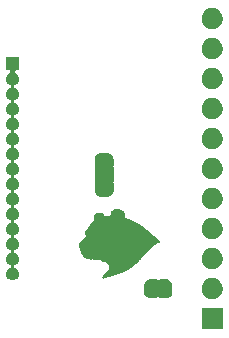
<source format=gbr>
G04 #@! TF.GenerationSoftware,KiCad,Pcbnew,(5.1.5)-3*
G04 #@! TF.CreationDate,2020-01-25T22:14:14+03:00*
G04 #@! TF.ProjectId,Sharp_11pin_to_15pin_Adapter,53686172-705f-4313-9170-696e5f746f5f,rev?*
G04 #@! TF.SameCoordinates,Original*
G04 #@! TF.FileFunction,Soldermask,Top*
G04 #@! TF.FilePolarity,Negative*
%FSLAX46Y46*%
G04 Gerber Fmt 4.6, Leading zero omitted, Abs format (unit mm)*
G04 Created by KiCad (PCBNEW (5.1.5)-3) date 2020-01-25 22:14:14*
%MOMM*%
%LPD*%
G04 APERTURE LIST*
%ADD10C,0.010000*%
%ADD11C,0.100000*%
G04 APERTURE END LIST*
D10*
G36*
X136757149Y-117728349D02*
G01*
X136797028Y-117728641D01*
X136826919Y-117729221D01*
X136848181Y-117730166D01*
X136862169Y-117731553D01*
X136870242Y-117733459D01*
X136873756Y-117735961D01*
X136874242Y-117737797D01*
X136879763Y-117745459D01*
X136890121Y-117747324D01*
X136902058Y-117749498D01*
X136906000Y-117753675D01*
X136911435Y-117758450D01*
X136921879Y-117760027D01*
X136934650Y-117763340D01*
X136937758Y-117769554D01*
X136940685Y-117775087D01*
X136951060Y-117778057D01*
X136971276Y-117779063D01*
X136975867Y-117779082D01*
X136996167Y-117780046D01*
X137009929Y-117782565D01*
X137013977Y-117785433D01*
X137019121Y-117791068D01*
X137023504Y-117791785D01*
X137031953Y-117795454D01*
X137033032Y-117798590D01*
X137038451Y-117810545D01*
X137051250Y-117820212D01*
X137064336Y-117823543D01*
X137074898Y-117826302D01*
X137077493Y-117830348D01*
X137082939Y-117842355D01*
X137095868Y-117851984D01*
X137109251Y-117855301D01*
X137122784Y-117858913D01*
X137135182Y-117867257D01*
X137140989Y-117876593D01*
X137141009Y-117877078D01*
X137145504Y-117884821D01*
X137155749Y-117895137D01*
X137166885Y-117903615D01*
X137172990Y-117906114D01*
X137185663Y-117910254D01*
X137199372Y-117919993D01*
X137209156Y-117931307D01*
X137211078Y-117937014D01*
X137214705Y-117949630D01*
X137222716Y-117962218D01*
X137231436Y-117969338D01*
X137233107Y-117969629D01*
X137241489Y-117974789D01*
X137249974Y-117986641D01*
X137254895Y-117999749D01*
X137255135Y-118002296D01*
X137260374Y-118013447D01*
X137264865Y-118016387D01*
X137272115Y-118024847D01*
X137274392Y-118036122D01*
X137276542Y-118048153D01*
X137280744Y-118052200D01*
X137282719Y-118058482D01*
X137284345Y-118077056D01*
X137285606Y-118107518D01*
X137286492Y-118149460D01*
X137286987Y-118202477D01*
X137287095Y-118247688D01*
X137287127Y-118302721D01*
X137287280Y-118346448D01*
X137287640Y-118380267D01*
X137288294Y-118405575D01*
X137289328Y-118423769D01*
X137290830Y-118436247D01*
X137292885Y-118444405D01*
X137295580Y-118449642D01*
X137299001Y-118453354D01*
X137299871Y-118454114D01*
X137315749Y-118462266D01*
X137331629Y-118465053D01*
X137346703Y-118467903D01*
X137350611Y-118474581D01*
X137356132Y-118482243D01*
X137366490Y-118484108D01*
X137378427Y-118486282D01*
X137382369Y-118490460D01*
X137388081Y-118494083D01*
X137402687Y-118496383D01*
X137414127Y-118496811D01*
X137432243Y-118497954D01*
X137443742Y-118500875D01*
X137445885Y-118503163D01*
X137451565Y-118506934D01*
X137465954Y-118509210D01*
X137474770Y-118509514D01*
X137496292Y-118511446D01*
X137511132Y-118518605D01*
X137518372Y-118525393D01*
X137531655Y-118536103D01*
X137548415Y-118540661D01*
X137562530Y-118541272D01*
X137581679Y-118542450D01*
X137590588Y-118546476D01*
X137591971Y-118550800D01*
X137596792Y-118557846D01*
X137612177Y-118560310D01*
X137614202Y-118560327D01*
X137628896Y-118561922D01*
X137636240Y-118565845D01*
X137636432Y-118566679D01*
X137641577Y-118572314D01*
X137645960Y-118573030D01*
X137654381Y-118578115D01*
X137655487Y-118582558D01*
X137658414Y-118588090D01*
X137668789Y-118591060D01*
X137689005Y-118592066D01*
X137693597Y-118592085D01*
X137713896Y-118593049D01*
X137727658Y-118595568D01*
X137731706Y-118598437D01*
X137737120Y-118603287D01*
X137746906Y-118604788D01*
X137760078Y-118608336D01*
X137765761Y-118614316D01*
X137774377Y-118622161D01*
X137782320Y-118623843D01*
X137792749Y-118626466D01*
X137795222Y-118630195D01*
X137800857Y-118634172D01*
X137814933Y-118636384D01*
X137820629Y-118636546D01*
X137838294Y-118638119D01*
X137845574Y-118643335D01*
X137846035Y-118646074D01*
X137851567Y-118653730D01*
X137862113Y-118655601D01*
X137875640Y-118658965D01*
X137881848Y-118665128D01*
X137890933Y-118672323D01*
X137907055Y-118674656D01*
X137921476Y-118676298D01*
X137928479Y-118680319D01*
X137928606Y-118681007D01*
X137934041Y-118685782D01*
X137944484Y-118687359D01*
X137956416Y-118689819D01*
X137960363Y-118694553D01*
X137965968Y-118706735D01*
X137979890Y-118717352D01*
X137997787Y-118723753D01*
X138009249Y-118724419D01*
X138025955Y-118725402D01*
X138037547Y-118730249D01*
X138037707Y-118730404D01*
X138050507Y-118737161D01*
X138057361Y-118738172D01*
X138071555Y-118742603D01*
X138083322Y-118752917D01*
X138087395Y-118763124D01*
X138093006Y-118767493D01*
X138106923Y-118769815D01*
X138111294Y-118769930D01*
X138131153Y-118772766D01*
X138144811Y-118782912D01*
X138147117Y-118785809D01*
X138162241Y-118798500D01*
X138180383Y-118801687D01*
X138194719Y-118803344D01*
X138201615Y-118807398D01*
X138201724Y-118808039D01*
X138207159Y-118812814D01*
X138217603Y-118814391D01*
X138229537Y-118816719D01*
X138233482Y-118821196D01*
X138238857Y-118833068D01*
X138251454Y-118842792D01*
X138264106Y-118846149D01*
X138276137Y-118850419D01*
X138280240Y-118855676D01*
X138288856Y-118863522D01*
X138296798Y-118865203D01*
X138307227Y-118867826D01*
X138309701Y-118871555D01*
X138314845Y-118877190D01*
X138319228Y-118877907D01*
X138327649Y-118882991D01*
X138328756Y-118887434D01*
X138334277Y-118895097D01*
X138344635Y-118896961D01*
X138356571Y-118899136D01*
X138360514Y-118903313D01*
X138365949Y-118908088D01*
X138376392Y-118909664D01*
X138389164Y-118912977D01*
X138392271Y-118919192D01*
X138397793Y-118926854D01*
X138408150Y-118928719D01*
X138420087Y-118930893D01*
X138424029Y-118935071D01*
X138429465Y-118939845D01*
X138439908Y-118941422D01*
X138451844Y-118943669D01*
X138455787Y-118947988D01*
X138460364Y-118957100D01*
X138471471Y-118969707D01*
X138485176Y-118982101D01*
X138497547Y-118990575D01*
X138502716Y-118992235D01*
X138512628Y-118996265D01*
X138526057Y-119006159D01*
X138528230Y-119008114D01*
X138541711Y-119018654D01*
X138552517Y-119023872D01*
X138553674Y-119023993D01*
X138563050Y-119028660D01*
X138573910Y-119039872D01*
X138585805Y-119051173D01*
X138597229Y-119055751D01*
X138608788Y-119060398D01*
X138612280Y-119065278D01*
X138620277Y-119073720D01*
X138624784Y-119074806D01*
X138632791Y-119078463D01*
X138633632Y-119081157D01*
X138639067Y-119085932D01*
X138649511Y-119087509D01*
X138662282Y-119090822D01*
X138665390Y-119097036D01*
X138670911Y-119104699D01*
X138681269Y-119106564D01*
X138693205Y-119108738D01*
X138697148Y-119112915D01*
X138702040Y-119119010D01*
X138703953Y-119119267D01*
X138714728Y-119124078D01*
X138724961Y-119134638D01*
X138728906Y-119144220D01*
X138734338Y-119149334D01*
X138744785Y-119151025D01*
X138756719Y-119153353D01*
X138760664Y-119157830D01*
X138765868Y-119169376D01*
X138777756Y-119179294D01*
X138789107Y-119182783D01*
X138799407Y-119186966D01*
X138814080Y-119197610D01*
X138822293Y-119205013D01*
X138837384Y-119217933D01*
X138850192Y-119225952D01*
X138854719Y-119227244D01*
X138864150Y-119231576D01*
X138878205Y-119242711D01*
X138888424Y-119252650D01*
X138903116Y-119266745D01*
X138915195Y-119275971D01*
X138920182Y-119278057D01*
X138928481Y-119282354D01*
X138941753Y-119293409D01*
X138951940Y-119303463D01*
X138967266Y-119317641D01*
X138980763Y-119326863D01*
X138986840Y-119328869D01*
X138995761Y-119333308D01*
X139010397Y-119345161D01*
X139028153Y-119362234D01*
X139035661Y-119370155D01*
X139053598Y-119388662D01*
X139069020Y-119402878D01*
X139079497Y-119410632D01*
X139081832Y-119411440D01*
X139090666Y-119415751D01*
X139103883Y-119426686D01*
X139110882Y-119433670D01*
X139125937Y-119446933D01*
X139139912Y-119454918D01*
X139144744Y-119455963D01*
X139156088Y-119460540D01*
X139170968Y-119472176D01*
X139179868Y-119481307D01*
X139194483Y-119495685D01*
X139207610Y-119504873D01*
X139213214Y-119506651D01*
X139222642Y-119509702D01*
X139224329Y-119513065D01*
X139229474Y-119518700D01*
X139233857Y-119519417D01*
X139242306Y-119523086D01*
X139243384Y-119526222D01*
X139248195Y-119536997D01*
X139258755Y-119547230D01*
X139268337Y-119551175D01*
X139274863Y-119556055D01*
X139275142Y-119557980D01*
X139279953Y-119568755D01*
X139290513Y-119578988D01*
X139300095Y-119582933D01*
X139306625Y-119587499D01*
X139306900Y-119589284D01*
X139312027Y-119594960D01*
X139316182Y-119595636D01*
X139325512Y-119599885D01*
X139339718Y-119610828D01*
X139350618Y-119621042D01*
X139365572Y-119635001D01*
X139377632Y-119644229D01*
X139382621Y-119646449D01*
X139386403Y-119647022D01*
X139391322Y-119649610D01*
X139398874Y-119655514D01*
X139410555Y-119666034D01*
X139427860Y-119682470D01*
X139452284Y-119706125D01*
X139461126Y-119714728D01*
X139481814Y-119733940D01*
X139500084Y-119749223D01*
X139513543Y-119758665D01*
X139518817Y-119760777D01*
X139527329Y-119766128D01*
X139529206Y-119776656D01*
X139532029Y-119788953D01*
X139542438Y-119792710D01*
X139543497Y-119792737D01*
X139559097Y-119796342D01*
X139572868Y-119804634D01*
X139579859Y-119814466D01*
X139580018Y-119815981D01*
X139585032Y-119823150D01*
X139595897Y-119830645D01*
X139607501Y-119839553D01*
X139611776Y-119847597D01*
X139615579Y-119855336D01*
X139618128Y-119856051D01*
X139624223Y-119860944D01*
X139624479Y-119862856D01*
X139629291Y-119873631D01*
X139639850Y-119883864D01*
X139649432Y-119887809D01*
X139655958Y-119892689D01*
X139656237Y-119894614D01*
X139661684Y-119906621D01*
X139674613Y-119916250D01*
X139687995Y-119919567D01*
X139701796Y-119923272D01*
X139714185Y-119931862D01*
X139719748Y-119941546D01*
X139719753Y-119941798D01*
X139724427Y-119950319D01*
X139734557Y-119959457D01*
X139744307Y-119964014D01*
X139744706Y-119964028D01*
X139751232Y-119968908D01*
X139751511Y-119970833D01*
X139756322Y-119981608D01*
X139766882Y-119991841D01*
X139776464Y-119995786D01*
X139782499Y-120000923D01*
X139783269Y-120005313D01*
X139788561Y-120013073D01*
X139795940Y-120014841D01*
X139806591Y-120019089D01*
X139822528Y-120030250D01*
X139840373Y-120045944D01*
X139841045Y-120046599D01*
X139857774Y-120062248D01*
X139871320Y-120073590D01*
X139878931Y-120078331D01*
X139879186Y-120078357D01*
X139884254Y-120083511D01*
X139884895Y-120087884D01*
X139887753Y-120096344D01*
X139890173Y-120097411D01*
X139896678Y-120102403D01*
X139903949Y-120113290D01*
X139912858Y-120124894D01*
X139920902Y-120129169D01*
X139928637Y-120133237D01*
X139929356Y-120135975D01*
X139934167Y-120146749D01*
X139944727Y-120156983D01*
X139954308Y-120160927D01*
X139960835Y-120165807D01*
X139961114Y-120167733D01*
X139965925Y-120178507D01*
X139976485Y-120188741D01*
X139986066Y-120192685D01*
X139992592Y-120197565D01*
X139992872Y-120199490D01*
X139997683Y-120210265D01*
X140008243Y-120220499D01*
X140017824Y-120224443D01*
X140024354Y-120229010D01*
X140024630Y-120230795D01*
X140029522Y-120236889D01*
X140031435Y-120237146D01*
X140042210Y-120241957D01*
X140052443Y-120252517D01*
X140056387Y-120262099D01*
X140061440Y-120268326D01*
X140064842Y-120268904D01*
X140073732Y-120273972D01*
X140081794Y-120284783D01*
X140090335Y-120296364D01*
X140097673Y-120300662D01*
X140105754Y-120305705D01*
X140113552Y-120316541D01*
X140122460Y-120328145D01*
X140130504Y-120332420D01*
X140138251Y-120335653D01*
X140138958Y-120337801D01*
X140143067Y-120344542D01*
X140154036Y-120357927D01*
X140169833Y-120375531D01*
X140177068Y-120383233D01*
X140194229Y-120401848D01*
X140207378Y-120417216D01*
X140214483Y-120426914D01*
X140215177Y-120428664D01*
X140220336Y-120433443D01*
X140224705Y-120434046D01*
X140233125Y-120439130D01*
X140234232Y-120443573D01*
X140237662Y-120452025D01*
X140240584Y-120453100D01*
X140246219Y-120458245D01*
X140246935Y-120462628D01*
X140243219Y-120468888D01*
X140230566Y-120471754D01*
X140218154Y-120472155D01*
X140196777Y-120474116D01*
X140186452Y-120480206D01*
X140185716Y-120481682D01*
X140177344Y-120490130D01*
X140172541Y-120491210D01*
X140161841Y-120495068D01*
X140147224Y-120504637D01*
X140143525Y-120507616D01*
X140122901Y-120519980D01*
X140108761Y-120521105D01*
X140095031Y-120521995D01*
X140090141Y-120526929D01*
X140081760Y-120534253D01*
X140074563Y-120535671D01*
X140062642Y-120540025D01*
X140058684Y-120545198D01*
X140050046Y-120553134D01*
X140042551Y-120554726D01*
X140027804Y-120559054D01*
X140020488Y-120564311D01*
X140010790Y-120570745D01*
X140005902Y-120570807D01*
X139999249Y-120573293D01*
X139989047Y-120583337D01*
X139986410Y-120586628D01*
X139971150Y-120600807D01*
X139956988Y-120605538D01*
X139945514Y-120607838D01*
X139942059Y-120611890D01*
X139936711Y-120616962D01*
X139928682Y-120618242D01*
X139915449Y-120622977D01*
X139902815Y-120634121D01*
X139891293Y-120645297D01*
X139881023Y-120649999D01*
X139880955Y-120650000D01*
X139870497Y-120654349D01*
X139857777Y-120664917D01*
X139856869Y-120665879D01*
X139842849Y-120676891D01*
X139829118Y-120681746D01*
X139828590Y-120681757D01*
X139817826Y-120685083D01*
X139815027Y-120690212D01*
X139809959Y-120699102D01*
X139799148Y-120707164D01*
X139787544Y-120716072D01*
X139783269Y-120724116D01*
X139777958Y-120730921D01*
X139770266Y-120732570D01*
X139759126Y-120736836D01*
X139743156Y-120747939D01*
X139728271Y-120761152D01*
X139712449Y-120775942D01*
X139699836Y-120786269D01*
X139693637Y-120789734D01*
X139688629Y-120794889D01*
X139687995Y-120799262D01*
X139682474Y-120806925D01*
X139672116Y-120808789D01*
X139660182Y-120811118D01*
X139656237Y-120815595D01*
X139652074Y-120825159D01*
X139643049Y-120835417D01*
X139634363Y-120840531D01*
X139634007Y-120840547D01*
X139625486Y-120845221D01*
X139616347Y-120855351D01*
X139611791Y-120865101D01*
X139611776Y-120865500D01*
X139606724Y-120871727D01*
X139603322Y-120872305D01*
X139594432Y-120877373D01*
X139586370Y-120888184D01*
X139573828Y-120901301D01*
X139563066Y-120904063D01*
X139551653Y-120906380D01*
X139548260Y-120910415D01*
X139544525Y-120918777D01*
X139536010Y-120928869D01*
X139526752Y-120936628D01*
X139520826Y-120938028D01*
X139515991Y-120940782D01*
X139508003Y-120951520D01*
X139506225Y-120954436D01*
X139496750Y-120967413D01*
X139488542Y-120973794D01*
X139487624Y-120973931D01*
X139479765Y-120978966D01*
X139472041Y-120989810D01*
X139463500Y-121001390D01*
X139456162Y-121005688D01*
X139448081Y-121010731D01*
X139440283Y-121021567D01*
X139431375Y-121033171D01*
X139423331Y-121037446D01*
X139415596Y-121041514D01*
X139414877Y-121044252D01*
X139410066Y-121055027D01*
X139399506Y-121065260D01*
X139389924Y-121069204D01*
X139383394Y-121073771D01*
X139383119Y-121075556D01*
X139378227Y-121081651D01*
X139376314Y-121081908D01*
X139365539Y-121086719D01*
X139355306Y-121097278D01*
X139351361Y-121106860D01*
X139346309Y-121113087D01*
X139342907Y-121113665D01*
X139334017Y-121118733D01*
X139325955Y-121129544D01*
X139318123Y-121141077D01*
X139312178Y-121145423D01*
X139307107Y-121150343D01*
X139306900Y-121152229D01*
X139302089Y-121163004D01*
X139291529Y-121173237D01*
X139281947Y-121177181D01*
X139275721Y-121182234D01*
X139275142Y-121185635D01*
X139270074Y-121194526D01*
X139259263Y-121202588D01*
X139247683Y-121211129D01*
X139243384Y-121218467D01*
X139238342Y-121226548D01*
X139227505Y-121234346D01*
X139215931Y-121242786D01*
X139211626Y-121249928D01*
X139206648Y-121257585D01*
X139194435Y-121267119D01*
X139192132Y-121268529D01*
X139180145Y-121276811D01*
X139175481Y-121282531D01*
X139175724Y-121283131D01*
X139174155Y-121289076D01*
X139166470Y-121298427D01*
X139156728Y-121306987D01*
X139149184Y-121310565D01*
X139142679Y-121315557D01*
X139135407Y-121326444D01*
X139127292Y-121337996D01*
X139120788Y-121342323D01*
X139112257Y-121346951D01*
X139101580Y-121357570D01*
X139093153Y-121369282D01*
X139090946Y-121375582D01*
X139086734Y-121383123D01*
X139076024Y-121395653D01*
X139068716Y-121403080D01*
X139055546Y-121418377D01*
X139047574Y-121432474D01*
X139046485Y-121437484D01*
X139043846Y-121447866D01*
X139040133Y-121450300D01*
X139034039Y-121455192D01*
X139033782Y-121457105D01*
X139028971Y-121467880D01*
X139018411Y-121478113D01*
X139008829Y-121482058D01*
X139002303Y-121486937D01*
X139002024Y-121488863D01*
X138997213Y-121499638D01*
X138986653Y-121509871D01*
X138977071Y-121513816D01*
X138971957Y-121519248D01*
X138970266Y-121529694D01*
X138967938Y-121541629D01*
X138963461Y-121545573D01*
X138953705Y-121549654D01*
X138947582Y-121554647D01*
X138940015Y-121565274D01*
X138938508Y-121570526D01*
X138933455Y-121576753D01*
X138930054Y-121577331D01*
X138921164Y-121582399D01*
X138913102Y-121593210D01*
X138904661Y-121604784D01*
X138897519Y-121609089D01*
X138889831Y-121614064D01*
X138880341Y-121626243D01*
X138879112Y-121628256D01*
X138870154Y-121639992D01*
X138862756Y-121644078D01*
X138861864Y-121643760D01*
X138856296Y-121643994D01*
X138855937Y-121645680D01*
X138851690Y-121654582D01*
X138841405Y-121667468D01*
X138828764Y-121680440D01*
X138817452Y-121689598D01*
X138812498Y-121691660D01*
X138806817Y-121697053D01*
X138805125Y-121706466D01*
X138799202Y-121721865D01*
X138789246Y-121729769D01*
X138777642Y-121738678D01*
X138773367Y-121746722D01*
X138769564Y-121754461D01*
X138767015Y-121755176D01*
X138760920Y-121760068D01*
X138760664Y-121761981D01*
X138756583Y-121771737D01*
X138751590Y-121777860D01*
X138740963Y-121785427D01*
X138735711Y-121786934D01*
X138729185Y-121791814D01*
X138728906Y-121793739D01*
X138724094Y-121804514D01*
X138713535Y-121814747D01*
X138703953Y-121818692D01*
X138698838Y-121824124D01*
X138697148Y-121834571D01*
X138694819Y-121846505D01*
X138690342Y-121850450D01*
X138679568Y-121855261D01*
X138669334Y-121865821D01*
X138665390Y-121875402D01*
X138660510Y-121881928D01*
X138658584Y-121882208D01*
X138647810Y-121887019D01*
X138637576Y-121897579D01*
X138633632Y-121907160D01*
X138628495Y-121913195D01*
X138624104Y-121913966D01*
X138615648Y-121917140D01*
X138614577Y-121919836D01*
X138610356Y-121926038D01*
X138598964Y-121939143D01*
X138582311Y-121957193D01*
X138562306Y-121978231D01*
X138540857Y-122000298D01*
X138519873Y-122021435D01*
X138501264Y-122039685D01*
X138486938Y-122053089D01*
X138478804Y-122059690D01*
X138477892Y-122060052D01*
X138469471Y-122064720D01*
X138460385Y-122074834D01*
X138455806Y-122084553D01*
X138455787Y-122085005D01*
X138450908Y-122091531D01*
X138448982Y-122091810D01*
X138438207Y-122096621D01*
X138427974Y-122107181D01*
X138424029Y-122116763D01*
X138419150Y-122123289D01*
X138417224Y-122123568D01*
X138406449Y-122128379D01*
X138396216Y-122138939D01*
X138392271Y-122148521D01*
X138387392Y-122155047D01*
X138385466Y-122155326D01*
X138374691Y-122160137D01*
X138364458Y-122170697D01*
X138360514Y-122180279D01*
X138355634Y-122186805D01*
X138353708Y-122187084D01*
X138342933Y-122191895D01*
X138332700Y-122202455D01*
X138328756Y-122212036D01*
X138323876Y-122218563D01*
X138321950Y-122218842D01*
X138312386Y-122223006D01*
X138302128Y-122232030D01*
X138297014Y-122240717D01*
X138296998Y-122241072D01*
X138291556Y-122250993D01*
X138278607Y-122259488D01*
X138263209Y-122263294D01*
X138262518Y-122263303D01*
X138250361Y-122265139D01*
X138246185Y-122268801D01*
X138241777Y-122276819D01*
X138230188Y-122290715D01*
X138213868Y-122308088D01*
X138195271Y-122326533D01*
X138176846Y-122343649D01*
X138161045Y-122357033D01*
X138150321Y-122364282D01*
X138148104Y-122364928D01*
X138134610Y-122369453D01*
X138123156Y-122379848D01*
X138119153Y-122389881D01*
X138114273Y-122396407D01*
X138112348Y-122396686D01*
X138101573Y-122401497D01*
X138091340Y-122412057D01*
X138087395Y-122421639D01*
X138082515Y-122428165D01*
X138080590Y-122428444D01*
X138069815Y-122433255D01*
X138059582Y-122443815D01*
X138055637Y-122453397D01*
X138050205Y-122458511D01*
X138039758Y-122460202D01*
X138027824Y-122462530D01*
X138023879Y-122467007D01*
X138019758Y-122476484D01*
X138010831Y-122486740D01*
X138002259Y-122491937D01*
X138001837Y-122491960D01*
X137994868Y-122495846D01*
X137984307Y-122504663D01*
X137970950Y-122513984D01*
X137960273Y-122517366D01*
X137949049Y-122521720D01*
X137935869Y-122532294D01*
X137934957Y-122533245D01*
X137922935Y-122544041D01*
X137913623Y-122549076D01*
X137913031Y-122549124D01*
X137904062Y-122553703D01*
X137893269Y-122564070D01*
X137885447Y-122575168D01*
X137884144Y-122579585D01*
X137879218Y-122585781D01*
X137867153Y-122594503D01*
X137865090Y-122595751D01*
X137852312Y-122604856D01*
X137846139Y-122612312D01*
X137846035Y-122612999D01*
X137840677Y-122617763D01*
X137832472Y-122618992D01*
X137818928Y-122623457D01*
X137804765Y-122634265D01*
X137804193Y-122634871D01*
X137791487Y-122645766D01*
X137780557Y-122650721D01*
X137779962Y-122650750D01*
X137769101Y-122655723D01*
X137764566Y-122661258D01*
X137755497Y-122668389D01*
X137749306Y-122668168D01*
X137739042Y-122669973D01*
X137727684Y-122678786D01*
X137719996Y-122690340D01*
X137719003Y-122695283D01*
X137713857Y-122700854D01*
X137709476Y-122701562D01*
X137701023Y-122704992D01*
X137699948Y-122707914D01*
X137694670Y-122713198D01*
X137688135Y-122714266D01*
X137676143Y-122719028D01*
X137664397Y-122730145D01*
X137651716Y-122741505D01*
X137638780Y-122746024D01*
X137626232Y-122749938D01*
X137621432Y-122755551D01*
X137612765Y-122763607D01*
X137605858Y-122765078D01*
X137592774Y-122769545D01*
X137582401Y-122777829D01*
X137568068Y-122789935D01*
X137549623Y-122801070D01*
X137532363Y-122808295D01*
X137525194Y-122809539D01*
X137516298Y-122814189D01*
X137505641Y-122825373D01*
X137505607Y-122825418D01*
X137492492Y-122837198D01*
X137474208Y-122841210D01*
X137469784Y-122841297D01*
X137454442Y-122842895D01*
X137446288Y-122846858D01*
X137445885Y-122848103D01*
X137440489Y-122860013D01*
X137427801Y-122869711D01*
X137414955Y-122873055D01*
X137402608Y-122875873D01*
X137398248Y-122879407D01*
X137389802Y-122883702D01*
X137374410Y-122885734D01*
X137372467Y-122885758D01*
X137356174Y-122887898D01*
X137350630Y-122894689D01*
X137350611Y-122895286D01*
X137345527Y-122903707D01*
X137341084Y-122904813D01*
X137332631Y-122908243D01*
X137331556Y-122911165D01*
X137326135Y-122915990D01*
X137316131Y-122917516D01*
X137300019Y-122921319D01*
X137291178Y-122927044D01*
X137278503Y-122934966D01*
X137270996Y-122936571D01*
X137259806Y-122941233D01*
X137247857Y-122952442D01*
X137247851Y-122952450D01*
X137234870Y-122963919D01*
X137217182Y-122968129D01*
X137210112Y-122968329D01*
X137188812Y-122971246D01*
X137172477Y-122981896D01*
X137168658Y-122985796D01*
X137155186Y-122996829D01*
X137142891Y-123001496D01*
X137141161Y-123001408D01*
X137129814Y-123004454D01*
X137126111Y-123009348D01*
X137118095Y-123016230D01*
X137099929Y-123019024D01*
X137093372Y-123019142D01*
X137071954Y-123021069D01*
X137061549Y-123027069D01*
X137060735Y-123028669D01*
X137052073Y-123036702D01*
X137045055Y-123038197D01*
X137035109Y-123040990D01*
X137033032Y-123044548D01*
X137027618Y-123049399D01*
X137017832Y-123050900D01*
X137004660Y-123054447D01*
X136998977Y-123060427D01*
X136989787Y-123067633D01*
X136972891Y-123069955D01*
X136958118Y-123071537D01*
X136950675Y-123075431D01*
X136950461Y-123076306D01*
X136945025Y-123081081D01*
X136934582Y-123082658D01*
X136922645Y-123084832D01*
X136918703Y-123089009D01*
X136912991Y-123092633D01*
X136898385Y-123094932D01*
X136886945Y-123095361D01*
X136866974Y-123096381D01*
X136857219Y-123099912D01*
X136855187Y-123104888D01*
X136849666Y-123112551D01*
X136839308Y-123114416D01*
X136827372Y-123116590D01*
X136823429Y-123120767D01*
X136818015Y-123125618D01*
X136808230Y-123127119D01*
X136795058Y-123130667D01*
X136789374Y-123136646D01*
X136783095Y-123142440D01*
X136768413Y-123145440D01*
X136747410Y-123146174D01*
X136727029Y-123147133D01*
X136713203Y-123149643D01*
X136709101Y-123152525D01*
X136703772Y-123157659D01*
X136696198Y-123158877D01*
X136683985Y-123163016D01*
X136679640Y-123168404D01*
X136670554Y-123175599D01*
X136654433Y-123177932D01*
X136640011Y-123179573D01*
X136633008Y-123183595D01*
X136632882Y-123184283D01*
X136627175Y-123187932D01*
X136612607Y-123190229D01*
X136601653Y-123190635D01*
X136583199Y-123191518D01*
X136570922Y-123193770D01*
X136568307Y-123195398D01*
X136558791Y-123204359D01*
X136540763Y-123212820D01*
X136518375Y-123219302D01*
X136495780Y-123222328D01*
X136492433Y-123222393D01*
X136470476Y-123223970D01*
X136459180Y-123229007D01*
X136457334Y-123231920D01*
X136448882Y-123239143D01*
X136437437Y-123241447D01*
X136422650Y-123243692D01*
X136404648Y-123249292D01*
X136387584Y-123256546D01*
X136375609Y-123263750D01*
X136372466Y-123268076D01*
X136366696Y-123270781D01*
X136351697Y-123272640D01*
X136334357Y-123273205D01*
X136314058Y-123274170D01*
X136300295Y-123276689D01*
X136296247Y-123279557D01*
X136290812Y-123284332D01*
X136280368Y-123285909D01*
X136267597Y-123289221D01*
X136264489Y-123295436D01*
X136260177Y-123302144D01*
X136245979Y-123304832D01*
X136239763Y-123304963D01*
X136220042Y-123307528D01*
X136211380Y-123314491D01*
X136204478Y-123320598D01*
X136188430Y-123323549D01*
X136172966Y-123324018D01*
X136153016Y-123325093D01*
X136138686Y-123327857D01*
X136134282Y-123330370D01*
X136125337Y-123335676D01*
X136117829Y-123336721D01*
X136105776Y-123340976D01*
X136101645Y-123346249D01*
X136094686Y-123352384D01*
X136078513Y-123355329D01*
X136063511Y-123355776D01*
X136036659Y-123358072D01*
X136016376Y-123364302D01*
X136013427Y-123366002D01*
X135999280Y-123372347D01*
X135988861Y-123372789D01*
X135979106Y-123375134D01*
X135967069Y-123386155D01*
X135965631Y-123387970D01*
X135957049Y-123397895D01*
X135947917Y-123403483D01*
X135934406Y-123405967D01*
X135912687Y-123406581D01*
X135907851Y-123406589D01*
X135885408Y-123407445D01*
X135869942Y-123409731D01*
X135864339Y-123412940D01*
X135858916Y-123417756D01*
X135848835Y-123419292D01*
X135835387Y-123421634D01*
X135829406Y-123425643D01*
X135820399Y-123431081D01*
X135813831Y-123431995D01*
X135802161Y-123436548D01*
X135798527Y-123441522D01*
X135792248Y-123447316D01*
X135777565Y-123450316D01*
X135756562Y-123451050D01*
X135736181Y-123452010D01*
X135722355Y-123454519D01*
X135718253Y-123457401D01*
X135712839Y-123462252D01*
X135703054Y-123463753D01*
X135689881Y-123467301D01*
X135684198Y-123473280D01*
X135675655Y-123480108D01*
X135656242Y-123482752D01*
X135651761Y-123482808D01*
X135634646Y-123484061D01*
X135624338Y-123487234D01*
X135622979Y-123489159D01*
X135617396Y-123493358D01*
X135603666Y-123495456D01*
X135600749Y-123495511D01*
X135584306Y-123497577D01*
X135578558Y-123504171D01*
X135578518Y-123505038D01*
X135573434Y-123513459D01*
X135568991Y-123514566D01*
X135560538Y-123517995D01*
X135559463Y-123520917D01*
X135553845Y-123524968D01*
X135539882Y-123527148D01*
X135535164Y-123527269D01*
X135513006Y-123523666D01*
X135495758Y-123511187D01*
X135495507Y-123510921D01*
X135485853Y-123499676D01*
X135484627Y-123493448D01*
X135491109Y-123488439D01*
X135491224Y-123488375D01*
X135500492Y-123478104D01*
X135502299Y-123470987D01*
X135506420Y-123458332D01*
X135515002Y-123446161D01*
X135524388Y-123429689D01*
X135527705Y-123413007D01*
X135530663Y-123397221D01*
X135537233Y-123389831D01*
X135545517Y-123381111D01*
X135546760Y-123375258D01*
X135551128Y-123363655D01*
X135561732Y-123350295D01*
X135562639Y-123349424D01*
X135573568Y-123335954D01*
X135578495Y-123323553D01*
X135578518Y-123322911D01*
X135581606Y-123313210D01*
X135585323Y-123311315D01*
X135597195Y-123305939D01*
X135606920Y-123293343D01*
X135610276Y-123280690D01*
X135614547Y-123268659D01*
X135619803Y-123264557D01*
X135627576Y-123255960D01*
X135629331Y-123247640D01*
X135633888Y-123236177D01*
X135646070Y-123219778D01*
X135661089Y-123203930D01*
X135676983Y-123187769D01*
X135688374Y-123174427D01*
X135692844Y-123166741D01*
X135692847Y-123166658D01*
X135697023Y-123159281D01*
X135708161Y-123145500D01*
X135724173Y-123127830D01*
X135730956Y-123120767D01*
X135748228Y-123102419D01*
X135761417Y-123087187D01*
X135768443Y-123077521D01*
X135769066Y-123075827D01*
X135774136Y-123070448D01*
X135777520Y-123069955D01*
X135786410Y-123064887D01*
X135794472Y-123054076D01*
X135803380Y-123042472D01*
X135811424Y-123038197D01*
X135819164Y-123034394D01*
X135819878Y-123031845D01*
X135825314Y-123027070D01*
X135835757Y-123025493D01*
X135848528Y-123022181D01*
X135851636Y-123015966D01*
X135855306Y-123007517D01*
X135858442Y-123006439D01*
X135869216Y-123001628D01*
X135879450Y-122991068D01*
X135883394Y-122981486D01*
X135888447Y-122975259D01*
X135891848Y-122974681D01*
X135900739Y-122969613D01*
X135908801Y-122958802D01*
X135918955Y-122947123D01*
X135929343Y-122942923D01*
X135939423Y-122938637D01*
X135955015Y-122927313D01*
X135973020Y-122911249D01*
X135975906Y-122908403D01*
X136010426Y-122873884D01*
X136010426Y-122613429D01*
X136010271Y-122542757D01*
X136009813Y-122482355D01*
X136009062Y-122432657D01*
X136008030Y-122394096D01*
X136006725Y-122367105D01*
X136005159Y-122352117D01*
X136004074Y-122349049D01*
X135999158Y-122340294D01*
X135997723Y-122329620D01*
X135999945Y-122317864D01*
X136004074Y-122314116D01*
X136008301Y-122308539D01*
X136010381Y-122294855D01*
X136010426Y-122292260D01*
X136008743Y-122276439D01*
X136004635Y-122266910D01*
X136004074Y-122266479D01*
X135998768Y-122257534D01*
X135997723Y-122250026D01*
X135993468Y-122237973D01*
X135988195Y-122233842D01*
X135980079Y-122225160D01*
X135978668Y-122218537D01*
X135975589Y-122206662D01*
X135972316Y-122202963D01*
X135966655Y-122193853D01*
X135965965Y-122188801D01*
X135961180Y-122178133D01*
X135948784Y-122163033D01*
X135931716Y-122146144D01*
X135912915Y-122130112D01*
X135895318Y-122117580D01*
X135881865Y-122111193D01*
X135879356Y-122110865D01*
X135870629Y-122111942D01*
X135866153Y-122117271D01*
X135864529Y-122129997D01*
X135864339Y-122144585D01*
X135866233Y-122168439D01*
X135871245Y-122186464D01*
X135873665Y-122190634D01*
X135881111Y-122205418D01*
X135882897Y-122219814D01*
X135879002Y-122229617D01*
X135873867Y-122231545D01*
X135866204Y-122237066D01*
X135864339Y-122247424D01*
X135862531Y-122259366D01*
X135859061Y-122263303D01*
X135852556Y-122258311D01*
X135845285Y-122247424D01*
X135837301Y-122235881D01*
X135831055Y-122231545D01*
X135820037Y-122226187D01*
X135810735Y-122213652D01*
X135807175Y-122200241D01*
X135803309Y-122189540D01*
X135797648Y-122187084D01*
X135789199Y-122183414D01*
X135788120Y-122180279D01*
X135783309Y-122169504D01*
X135772749Y-122159270D01*
X135763168Y-122155326D01*
X135756642Y-122150446D01*
X135756362Y-122148521D01*
X135751551Y-122137746D01*
X135740992Y-122127513D01*
X135731410Y-122123568D01*
X135724884Y-122118688D01*
X135724605Y-122116763D01*
X135719793Y-122105988D01*
X135709234Y-122095755D01*
X135699652Y-122091810D01*
X135693126Y-122086930D01*
X135692847Y-122085005D01*
X135688035Y-122074230D01*
X135677476Y-122063997D01*
X135667894Y-122060052D01*
X135661445Y-122055120D01*
X135661089Y-122052813D01*
X135655511Y-122041570D01*
X135641491Y-122033383D01*
X135623097Y-122029109D01*
X135604396Y-122029601D01*
X135589457Y-122035716D01*
X135587592Y-122037368D01*
X135580805Y-122049954D01*
X135578711Y-122065739D01*
X135581667Y-122078795D01*
X135584870Y-122082283D01*
X135588930Y-122090611D01*
X135591105Y-122106407D01*
X135591221Y-122111240D01*
X135590449Y-122127370D01*
X135586237Y-122134479D01*
X135575739Y-122136238D01*
X135571808Y-122136271D01*
X135558181Y-122133788D01*
X135543746Y-122125063D01*
X135525497Y-122108179D01*
X135521946Y-122104513D01*
X135505187Y-122088529D01*
X135490492Y-122077122D01*
X135481034Y-122072755D01*
X135481019Y-122072755D01*
X135471973Y-122069599D01*
X135470541Y-122066404D01*
X135465396Y-122060769D01*
X135461014Y-122060052D01*
X135452593Y-122054968D01*
X135451486Y-122050525D01*
X135445965Y-122042862D01*
X135435607Y-122040997D01*
X135423671Y-122038823D01*
X135419728Y-122034646D01*
X135414293Y-122029871D01*
X135403849Y-122028294D01*
X135391915Y-122025966D01*
X135387970Y-122021489D01*
X135382539Y-122009511D01*
X135369682Y-121999861D01*
X135356467Y-121996536D01*
X135344060Y-121992529D01*
X135339455Y-121987009D01*
X135331017Y-121979946D01*
X135318351Y-121977481D01*
X135301311Y-121973034D01*
X135284265Y-121962056D01*
X135283769Y-121961602D01*
X135268974Y-121950936D01*
X135255398Y-121945805D01*
X135254036Y-121945723D01*
X135239469Y-121942311D01*
X135225770Y-121935458D01*
X135209983Y-121929012D01*
X135197023Y-121928614D01*
X135184561Y-121927772D01*
X135180476Y-121923000D01*
X135171523Y-121916401D01*
X135152731Y-121913966D01*
X135152282Y-121913966D01*
X135136625Y-121912521D01*
X135128086Y-121908922D01*
X135127555Y-121907614D01*
X135121584Y-121904521D01*
X135105162Y-121902330D01*
X135080525Y-121901306D01*
X135073567Y-121901262D01*
X135019578Y-121901262D01*
X135019578Y-121923493D01*
X135021174Y-121938187D01*
X135025096Y-121945531D01*
X135025930Y-121945723D01*
X135030704Y-121951159D01*
X135032281Y-121961602D01*
X135031076Y-121971449D01*
X135025177Y-121976082D01*
X135011162Y-121977429D01*
X135004074Y-121977481D01*
X134986123Y-121976166D01*
X134974068Y-121972853D01*
X134971941Y-121971130D01*
X134962996Y-121965823D01*
X134955488Y-121964778D01*
X134943436Y-121960524D01*
X134939305Y-121955251D01*
X134934798Y-121950561D01*
X134924168Y-121947634D01*
X134905207Y-121946134D01*
X134876766Y-121945723D01*
X134846251Y-121945155D01*
X134826189Y-121943240D01*
X134814370Y-121939664D01*
X134809976Y-121936196D01*
X134798287Y-121929673D01*
X134780001Y-121926703D01*
X134777815Y-121926669D01*
X134761165Y-121925147D01*
X134750635Y-121921381D01*
X134749636Y-121920317D01*
X134740622Y-121914865D01*
X134734160Y-121913966D01*
X134720471Y-121909368D01*
X134714702Y-121904438D01*
X134701387Y-121897588D01*
X134676606Y-121894940D01*
X134673014Y-121894911D01*
X134653351Y-121893806D01*
X134639344Y-121890972D01*
X134635307Y-121888559D01*
X134626552Y-121883643D01*
X134615878Y-121882208D01*
X134603388Y-121878827D01*
X134600373Y-121872680D01*
X134594852Y-121865018D01*
X134584494Y-121863153D01*
X134572558Y-121860979D01*
X134568616Y-121856801D01*
X134562939Y-121853009D01*
X134548582Y-121850738D01*
X134540106Y-121850450D01*
X134512960Y-121853853D01*
X134495697Y-121864685D01*
X134487280Y-121883875D01*
X134486045Y-121899123D01*
X134484609Y-121916660D01*
X134481015Y-121928264D01*
X134479456Y-121929991D01*
X134471360Y-121928438D01*
X134458658Y-121919758D01*
X134452844Y-121914487D01*
X134440237Y-121903487D01*
X134428042Y-121897597D01*
X134411521Y-121895263D01*
X134393116Y-121894911D01*
X134371764Y-121893966D01*
X134355873Y-121891507D01*
X134349486Y-121888559D01*
X134340731Y-121883643D01*
X134330056Y-121882208D01*
X134318300Y-121879986D01*
X134314552Y-121875856D01*
X134308965Y-121871673D01*
X134295211Y-121869565D01*
X134292122Y-121869504D01*
X134274110Y-121866776D01*
X134266036Y-121859977D01*
X134259072Y-121853839D01*
X134242888Y-121850895D01*
X134227927Y-121850450D01*
X134205242Y-121849175D01*
X134192997Y-121845012D01*
X134189817Y-121840922D01*
X134181316Y-121833519D01*
X134170962Y-121831395D01*
X134159354Y-121829132D01*
X134155762Y-121825043D01*
X134150191Y-121820793D01*
X134136546Y-121818729D01*
X134134211Y-121818692D01*
X134116863Y-121815896D01*
X134109004Y-121809164D01*
X134100432Y-121802065D01*
X134087201Y-121799637D01*
X134067264Y-121793979D01*
X134054137Y-121783758D01*
X134033800Y-121770280D01*
X134018471Y-121767879D01*
X134003045Y-121766109D01*
X133994000Y-121761821D01*
X133993797Y-121761527D01*
X133984629Y-121755735D01*
X133980416Y-121755176D01*
X133969895Y-121750824D01*
X133957145Y-121740251D01*
X133956244Y-121739297D01*
X133942224Y-121728285D01*
X133928493Y-121723429D01*
X133927965Y-121723418D01*
X133917446Y-121720086D01*
X133914404Y-121708096D01*
X133914402Y-121707539D01*
X133911779Y-121695452D01*
X133901449Y-121691727D01*
X133898523Y-121691660D01*
X133885752Y-121688347D01*
X133882644Y-121682133D01*
X133879214Y-121673680D01*
X133876292Y-121672605D01*
X133871038Y-121667316D01*
X133869941Y-121660582D01*
X133865520Y-121648747D01*
X133860413Y-121644902D01*
X133852744Y-121636331D01*
X133850886Y-121627469D01*
X133846050Y-121614527D01*
X133833574Y-121599211D01*
X133828656Y-121594704D01*
X133815229Y-121581067D01*
X133807319Y-121568845D01*
X133806425Y-121565109D01*
X133802125Y-121555025D01*
X133791064Y-121540373D01*
X133781019Y-121529694D01*
X133766899Y-121513969D01*
X133757674Y-121499977D01*
X133755612Y-121493472D01*
X133752480Y-121483875D01*
X133748807Y-121482058D01*
X133736801Y-121476611D01*
X133727171Y-121463682D01*
X133723854Y-121450300D01*
X133719575Y-121435019D01*
X133709416Y-121422763D01*
X133698902Y-121418542D01*
X133694641Y-121412908D01*
X133692270Y-121398834D01*
X133692096Y-121393135D01*
X133690688Y-121377226D01*
X133687169Y-121368377D01*
X133685745Y-121367729D01*
X133681738Y-121362101D01*
X133679538Y-121348070D01*
X133679393Y-121342776D01*
X133677064Y-121324146D01*
X133671317Y-121310039D01*
X133669866Y-121308296D01*
X133661958Y-121295868D01*
X133660338Y-121288588D01*
X133655193Y-121277581D01*
X133650811Y-121274752D01*
X133644914Y-121268274D01*
X133641926Y-121253148D01*
X133641284Y-121234041D01*
X133640274Y-121213430D01*
X133637660Y-121198361D01*
X133634932Y-121193060D01*
X133630375Y-121184484D01*
X133628581Y-121170256D01*
X133625570Y-121154973D01*
X133619053Y-121147720D01*
X133611834Y-121138295D01*
X133609526Y-121119338D01*
X133608081Y-121103681D01*
X133604483Y-121095142D01*
X133603174Y-121094611D01*
X133599777Y-121088837D01*
X133597479Y-121073803D01*
X133596823Y-121057181D01*
X133595762Y-121033731D01*
X133592239Y-121020623D01*
X133587295Y-121016095D01*
X133579449Y-121007479D01*
X133577768Y-120999536D01*
X133575145Y-120989107D01*
X133571416Y-120986634D01*
X133567158Y-120981064D01*
X133565100Y-120967432D01*
X133565065Y-120965181D01*
X133562396Y-120948113D01*
X133555933Y-120936168D01*
X133555537Y-120935821D01*
X133548834Y-120923392D01*
X133546035Y-120902506D01*
X133546010Y-120900110D01*
X133544616Y-120883098D01*
X133541064Y-120873324D01*
X133539205Y-120872305D01*
X133526175Y-120866483D01*
X133517617Y-120850016D01*
X133514272Y-120824403D01*
X133514252Y-120821946D01*
X133513125Y-120803682D01*
X133510238Y-120792008D01*
X133507900Y-120789734D01*
X133504431Y-120783990D01*
X133502124Y-120769164D01*
X133501549Y-120754601D01*
X133500329Y-120731745D01*
X133496329Y-120719299D01*
X133492021Y-120715812D01*
X133485106Y-120708731D01*
X133482547Y-120698121D01*
X133485002Y-120689715D01*
X133488846Y-120688109D01*
X133493029Y-120682522D01*
X133495137Y-120668768D01*
X133495197Y-120665679D01*
X133497926Y-120647667D01*
X133504725Y-120639593D01*
X133512128Y-120631093D01*
X133514252Y-120620738D01*
X133516675Y-120609133D01*
X133521057Y-120605538D01*
X133532957Y-120600148D01*
X133542663Y-120587486D01*
X133546010Y-120574695D01*
X133550727Y-120561976D01*
X133561889Y-120549509D01*
X133573174Y-120536642D01*
X133577768Y-120523642D01*
X133579888Y-120512954D01*
X133583063Y-120510265D01*
X133591974Y-120505814D01*
X133605442Y-120494670D01*
X133620195Y-120480147D01*
X133632964Y-120465560D01*
X133640480Y-120454220D01*
X133641284Y-120451263D01*
X133645753Y-120442031D01*
X133657758Y-120426614D01*
X133675189Y-120407098D01*
X133695941Y-120385570D01*
X133717906Y-120364116D01*
X133738978Y-120344821D01*
X133757049Y-120329773D01*
X133770011Y-120321056D01*
X133774148Y-120319717D01*
X133784899Y-120315866D01*
X133787370Y-120310190D01*
X133791040Y-120301741D01*
X133794175Y-120300662D01*
X133804950Y-120295851D01*
X133815184Y-120285291D01*
X133819128Y-120275710D01*
X133824008Y-120269183D01*
X133825933Y-120268904D01*
X133836708Y-120264093D01*
X133846942Y-120253533D01*
X133850886Y-120243952D01*
X133856023Y-120237917D01*
X133860413Y-120237146D01*
X133868866Y-120233717D01*
X133869941Y-120230795D01*
X133875376Y-120226020D01*
X133885820Y-120224443D01*
X133897767Y-120222810D01*
X133901707Y-120219679D01*
X133906495Y-120209220D01*
X133917940Y-120196437D01*
X133931701Y-120185367D01*
X133943436Y-120180044D01*
X133944421Y-120179982D01*
X133957053Y-120175197D01*
X133969008Y-120164103D01*
X133980417Y-120152841D01*
X133990878Y-120148224D01*
X133999795Y-120143827D01*
X134014153Y-120132221D01*
X134031058Y-120115782D01*
X134033408Y-120113290D01*
X134052507Y-120094710D01*
X134068782Y-120082423D01*
X134079120Y-120078357D01*
X134089669Y-120075774D01*
X134092246Y-120072005D01*
X134097498Y-120066645D01*
X134103538Y-120065653D01*
X134116040Y-120061114D01*
X134125769Y-120052878D01*
X134132121Y-120040646D01*
X134135840Y-120024515D01*
X134136573Y-120008870D01*
X134133967Y-119998098D01*
X134130356Y-119995786D01*
X134125581Y-119990350D01*
X134124004Y-119979907D01*
X134120692Y-119967136D01*
X134114477Y-119964028D01*
X134106739Y-119958655D01*
X134104950Y-119950465D01*
X134100484Y-119936921D01*
X134089677Y-119922758D01*
X134089071Y-119922186D01*
X134075673Y-119902332D01*
X134073192Y-119888112D01*
X134071378Y-119874603D01*
X134067000Y-119868760D01*
X134066840Y-119868754D01*
X134062014Y-119863333D01*
X134060488Y-119853336D01*
X134055339Y-119837661D01*
X134044610Y-119825428D01*
X134035092Y-119815919D01*
X134030316Y-119803904D01*
X134028783Y-119784914D01*
X134028731Y-119778108D01*
X134027039Y-119754024D01*
X134022332Y-119738821D01*
X134020092Y-119736108D01*
X134014397Y-119724536D01*
X134014465Y-119713179D01*
X134013466Y-119698699D01*
X134007225Y-119693485D01*
X133999118Y-119684715D01*
X133996973Y-119675031D01*
X133993268Y-119662138D01*
X133987445Y-119656855D01*
X133980582Y-119648346D01*
X133977829Y-119633357D01*
X133979187Y-119617429D01*
X133984656Y-119606101D01*
X133987445Y-119604284D01*
X133995876Y-119596886D01*
X133996973Y-119592854D01*
X134002024Y-119584476D01*
X134012852Y-119576581D01*
X134024456Y-119567673D01*
X134028731Y-119559629D01*
X134032798Y-119551894D01*
X134035536Y-119551175D01*
X134046311Y-119546364D01*
X134056544Y-119535804D01*
X134060488Y-119526222D01*
X134065368Y-119519696D01*
X134067294Y-119519417D01*
X134078069Y-119514606D01*
X134088302Y-119504046D01*
X134092246Y-119494464D01*
X134097126Y-119487938D01*
X134099052Y-119487659D01*
X134109827Y-119482848D01*
X134120060Y-119472288D01*
X134124004Y-119462706D01*
X134128884Y-119456180D01*
X134130810Y-119455901D01*
X134141585Y-119451090D01*
X134151818Y-119440530D01*
X134155762Y-119430948D01*
X134160642Y-119424422D01*
X134162568Y-119424143D01*
X134172209Y-119419942D01*
X134182467Y-119410830D01*
X134187510Y-119402043D01*
X134187520Y-119401748D01*
X134191809Y-119395702D01*
X134203226Y-119383325D01*
X134219594Y-119366938D01*
X134225630Y-119361124D01*
X134243292Y-119343022D01*
X134256609Y-119327008D01*
X134263339Y-119315856D01*
X134263739Y-119313906D01*
X134268606Y-119302592D01*
X134273267Y-119299408D01*
X134281649Y-119290667D01*
X134282794Y-119285252D01*
X134286881Y-119273831D01*
X134296896Y-119259608D01*
X134298673Y-119257626D01*
X134309264Y-119243638D01*
X134314448Y-119231755D01*
X134314552Y-119230498D01*
X134319695Y-119219650D01*
X134324079Y-119216838D01*
X134332490Y-119210353D01*
X134333607Y-119207056D01*
X134338380Y-119196859D01*
X134348821Y-119186890D01*
X134358559Y-119182783D01*
X134363755Y-119177372D01*
X134365365Y-119167583D01*
X134368912Y-119154411D01*
X134374892Y-119148728D01*
X134382738Y-119140112D01*
X134384419Y-119132169D01*
X134387043Y-119121741D01*
X134390771Y-119119267D01*
X134396406Y-119114122D01*
X134397123Y-119109739D01*
X134400552Y-119101287D01*
X134403474Y-119100212D01*
X134409043Y-119095040D01*
X134409826Y-119090275D01*
X134414371Y-119080027D01*
X134425623Y-119067191D01*
X134428881Y-119064304D01*
X134441258Y-119050960D01*
X134447682Y-119038316D01*
X134447935Y-119036132D01*
X134450706Y-119026121D01*
X134454287Y-119023993D01*
X134459338Y-119018639D01*
X134460639Y-119010452D01*
X134465060Y-118998202D01*
X134476244Y-118982810D01*
X134482869Y-118975945D01*
X134496111Y-118960947D01*
X134504067Y-118947092D01*
X134505100Y-118942310D01*
X134509816Y-118929611D01*
X134520979Y-118917151D01*
X134532264Y-118904284D01*
X134536858Y-118891283D01*
X134539398Y-118880602D01*
X134543211Y-118877907D01*
X134550579Y-118873604D01*
X134563630Y-118862518D01*
X134579631Y-118847381D01*
X134595848Y-118830925D01*
X134609551Y-118815882D01*
X134618005Y-118804984D01*
X134619428Y-118801702D01*
X134623746Y-118794945D01*
X134635333Y-118781596D01*
X134652137Y-118763694D01*
X134672106Y-118743279D01*
X134693188Y-118722391D01*
X134713334Y-118703068D01*
X134730490Y-118687352D01*
X134742605Y-118677281D01*
X134747222Y-118674656D01*
X134756301Y-118670006D01*
X134769797Y-118658203D01*
X134784795Y-118642469D01*
X134798377Y-118626025D01*
X134807630Y-118612092D01*
X134809976Y-118605322D01*
X134805373Y-118591513D01*
X134800448Y-118585733D01*
X134792296Y-118573193D01*
X134790921Y-118565901D01*
X134788107Y-118556010D01*
X134784570Y-118553976D01*
X134779795Y-118548540D01*
X134778218Y-118538097D01*
X134776044Y-118526160D01*
X134771866Y-118522218D01*
X134766655Y-118516915D01*
X134765515Y-118509889D01*
X134762598Y-118497730D01*
X134759163Y-118493635D01*
X134756674Y-118485910D01*
X134754707Y-118467276D01*
X134753384Y-118439526D01*
X134752823Y-118404447D01*
X134752812Y-118398362D01*
X134753242Y-118362290D01*
X134754453Y-118333265D01*
X134756326Y-118313074D01*
X134758741Y-118303509D01*
X134759163Y-118303088D01*
X134763459Y-118294642D01*
X134765490Y-118279250D01*
X134765515Y-118277307D01*
X134767135Y-118262762D01*
X134771112Y-118255605D01*
X134771866Y-118255451D01*
X134777501Y-118250306D01*
X134778218Y-118245924D01*
X134781887Y-118237475D01*
X134785023Y-118236396D01*
X134794588Y-118232232D01*
X134804845Y-118223207D01*
X134809960Y-118214521D01*
X134809976Y-118214166D01*
X134814650Y-118205644D01*
X134824780Y-118196506D01*
X134834529Y-118191949D01*
X134834929Y-118191935D01*
X134840043Y-118186502D01*
X134841734Y-118176056D01*
X134844357Y-118163969D01*
X134854687Y-118160244D01*
X134857613Y-118160177D01*
X134869750Y-118157266D01*
X134873492Y-118151723D01*
X134878559Y-118142833D01*
X134889371Y-118134771D01*
X134900951Y-118126229D01*
X134905250Y-118118892D01*
X134910292Y-118110810D01*
X134921129Y-118103013D01*
X134932661Y-118095181D01*
X134937008Y-118089236D01*
X134942428Y-118085203D01*
X134952207Y-118083958D01*
X134965379Y-118080410D01*
X134971062Y-118074431D01*
X134979698Y-118066506D01*
X134987246Y-118064903D01*
X134999488Y-118062031D01*
X135003699Y-118058552D01*
X135012644Y-118053245D01*
X135020152Y-118052200D01*
X135032205Y-118047945D01*
X135036336Y-118042673D01*
X135041155Y-118037759D01*
X135052511Y-118034792D01*
X135072672Y-118033394D01*
X135093301Y-118033145D01*
X135119354Y-118032435D01*
X135137774Y-118030483D01*
X135146291Y-118027560D01*
X135146610Y-118026794D01*
X135152683Y-118023928D01*
X135169822Y-118021831D01*
X135196402Y-118020650D01*
X135216477Y-118020442D01*
X135248002Y-118020994D01*
X135271072Y-118022552D01*
X135284063Y-118024969D01*
X135286345Y-118026794D01*
X135292219Y-118030053D01*
X135307957Y-118032305D01*
X135330729Y-118033145D01*
X135354338Y-118033485D01*
X135369577Y-118035577D01*
X135380779Y-118041035D01*
X135392278Y-118051468D01*
X135399009Y-118058541D01*
X135414302Y-118072759D01*
X135427898Y-118081980D01*
X135434019Y-118083948D01*
X135443430Y-118087824D01*
X135445135Y-118092196D01*
X135449393Y-118100906D01*
X135460357Y-118114604D01*
X135470541Y-118125243D01*
X135484569Y-118140265D01*
X135493796Y-118152685D01*
X135495947Y-118157963D01*
X135499965Y-118167543D01*
X135509833Y-118180794D01*
X135511826Y-118183008D01*
X135522966Y-118199915D01*
X135527699Y-118217084D01*
X135527705Y-118217589D01*
X135530833Y-118231724D01*
X135537233Y-118238693D01*
X135545157Y-118247328D01*
X135546760Y-118254877D01*
X135549632Y-118267119D01*
X135553112Y-118271330D01*
X135557984Y-118280063D01*
X135559463Y-118291134D01*
X135561531Y-118301742D01*
X135565860Y-118303060D01*
X135573121Y-118304430D01*
X135576067Y-118309037D01*
X135584885Y-118317486D01*
X135591585Y-118318967D01*
X135604334Y-118323957D01*
X135609956Y-118330082D01*
X135615760Y-118337728D01*
X135621255Y-118335011D01*
X135625263Y-118330082D01*
X135637994Y-118321795D01*
X135653320Y-118318967D01*
X135667737Y-118316757D01*
X135675242Y-118311438D01*
X135675255Y-118311403D01*
X135683362Y-118306729D01*
X135703019Y-118305211D01*
X135713335Y-118305486D01*
X135735951Y-118305484D01*
X135748928Y-118302473D01*
X135754418Y-118297261D01*
X135757322Y-118294501D01*
X135763474Y-118292264D01*
X135774148Y-118290480D01*
X135790613Y-118289081D01*
X135814144Y-118287996D01*
X135846012Y-118287157D01*
X135887489Y-118286493D01*
X135939846Y-118285936D01*
X135966167Y-118285711D01*
X136172391Y-118284033D01*
X136174129Y-118174468D01*
X136175111Y-118134436D01*
X136176609Y-118102218D01*
X136178525Y-118079195D01*
X136180757Y-118066745D01*
X136182069Y-118064903D01*
X136186731Y-118059467D01*
X136188270Y-118049024D01*
X136190445Y-118037088D01*
X136194622Y-118033145D01*
X136199397Y-118027710D01*
X136200974Y-118017266D01*
X136204286Y-118004495D01*
X136210501Y-118001387D01*
X136217604Y-117996478D01*
X136220020Y-117980900D01*
X136220028Y-117979532D01*
X136221711Y-117963711D01*
X136225820Y-117954182D01*
X136226380Y-117953750D01*
X136232098Y-117944615D01*
X136232732Y-117939924D01*
X136237248Y-117931135D01*
X136249297Y-117916396D01*
X136266627Y-117897860D01*
X136286988Y-117877681D01*
X136308130Y-117858012D01*
X136327802Y-117841007D01*
X136343753Y-117828818D01*
X136353732Y-117823599D01*
X136354368Y-117823543D01*
X136364155Y-117820490D01*
X136366115Y-117816738D01*
X136371690Y-117804481D01*
X136385331Y-117795065D01*
X136400595Y-117791785D01*
X136412747Y-117789666D01*
X136416928Y-117785433D01*
X136422511Y-117781235D01*
X136436241Y-117779137D01*
X136439158Y-117779082D01*
X136455600Y-117777016D01*
X136461349Y-117770422D01*
X136461389Y-117769554D01*
X136466910Y-117761892D01*
X136477268Y-117760027D01*
X136489204Y-117757853D01*
X136493147Y-117753675D01*
X136498730Y-117749477D01*
X136512460Y-117747379D01*
X136515377Y-117747324D01*
X136531819Y-117745258D01*
X136537568Y-117738664D01*
X136537608Y-117737797D01*
X136539024Y-117734897D01*
X136544176Y-117732640D01*
X136554423Y-117730948D01*
X136571122Y-117729744D01*
X136595630Y-117728953D01*
X136629304Y-117728496D01*
X136673501Y-117728297D01*
X136705925Y-117728269D01*
X136757149Y-117728349D01*
G37*
X136757149Y-117728349D02*
X136797028Y-117728641D01*
X136826919Y-117729221D01*
X136848181Y-117730166D01*
X136862169Y-117731553D01*
X136870242Y-117733459D01*
X136873756Y-117735961D01*
X136874242Y-117737797D01*
X136879763Y-117745459D01*
X136890121Y-117747324D01*
X136902058Y-117749498D01*
X136906000Y-117753675D01*
X136911435Y-117758450D01*
X136921879Y-117760027D01*
X136934650Y-117763340D01*
X136937758Y-117769554D01*
X136940685Y-117775087D01*
X136951060Y-117778057D01*
X136971276Y-117779063D01*
X136975867Y-117779082D01*
X136996167Y-117780046D01*
X137009929Y-117782565D01*
X137013977Y-117785433D01*
X137019121Y-117791068D01*
X137023504Y-117791785D01*
X137031953Y-117795454D01*
X137033032Y-117798590D01*
X137038451Y-117810545D01*
X137051250Y-117820212D01*
X137064336Y-117823543D01*
X137074898Y-117826302D01*
X137077493Y-117830348D01*
X137082939Y-117842355D01*
X137095868Y-117851984D01*
X137109251Y-117855301D01*
X137122784Y-117858913D01*
X137135182Y-117867257D01*
X137140989Y-117876593D01*
X137141009Y-117877078D01*
X137145504Y-117884821D01*
X137155749Y-117895137D01*
X137166885Y-117903615D01*
X137172990Y-117906114D01*
X137185663Y-117910254D01*
X137199372Y-117919993D01*
X137209156Y-117931307D01*
X137211078Y-117937014D01*
X137214705Y-117949630D01*
X137222716Y-117962218D01*
X137231436Y-117969338D01*
X137233107Y-117969629D01*
X137241489Y-117974789D01*
X137249974Y-117986641D01*
X137254895Y-117999749D01*
X137255135Y-118002296D01*
X137260374Y-118013447D01*
X137264865Y-118016387D01*
X137272115Y-118024847D01*
X137274392Y-118036122D01*
X137276542Y-118048153D01*
X137280744Y-118052200D01*
X137282719Y-118058482D01*
X137284345Y-118077056D01*
X137285606Y-118107518D01*
X137286492Y-118149460D01*
X137286987Y-118202477D01*
X137287095Y-118247688D01*
X137287127Y-118302721D01*
X137287280Y-118346448D01*
X137287640Y-118380267D01*
X137288294Y-118405575D01*
X137289328Y-118423769D01*
X137290830Y-118436247D01*
X137292885Y-118444405D01*
X137295580Y-118449642D01*
X137299001Y-118453354D01*
X137299871Y-118454114D01*
X137315749Y-118462266D01*
X137331629Y-118465053D01*
X137346703Y-118467903D01*
X137350611Y-118474581D01*
X137356132Y-118482243D01*
X137366490Y-118484108D01*
X137378427Y-118486282D01*
X137382369Y-118490460D01*
X137388081Y-118494083D01*
X137402687Y-118496383D01*
X137414127Y-118496811D01*
X137432243Y-118497954D01*
X137443742Y-118500875D01*
X137445885Y-118503163D01*
X137451565Y-118506934D01*
X137465954Y-118509210D01*
X137474770Y-118509514D01*
X137496292Y-118511446D01*
X137511132Y-118518605D01*
X137518372Y-118525393D01*
X137531655Y-118536103D01*
X137548415Y-118540661D01*
X137562530Y-118541272D01*
X137581679Y-118542450D01*
X137590588Y-118546476D01*
X137591971Y-118550800D01*
X137596792Y-118557846D01*
X137612177Y-118560310D01*
X137614202Y-118560327D01*
X137628896Y-118561922D01*
X137636240Y-118565845D01*
X137636432Y-118566679D01*
X137641577Y-118572314D01*
X137645960Y-118573030D01*
X137654381Y-118578115D01*
X137655487Y-118582558D01*
X137658414Y-118588090D01*
X137668789Y-118591060D01*
X137689005Y-118592066D01*
X137693597Y-118592085D01*
X137713896Y-118593049D01*
X137727658Y-118595568D01*
X137731706Y-118598437D01*
X137737120Y-118603287D01*
X137746906Y-118604788D01*
X137760078Y-118608336D01*
X137765761Y-118614316D01*
X137774377Y-118622161D01*
X137782320Y-118623843D01*
X137792749Y-118626466D01*
X137795222Y-118630195D01*
X137800857Y-118634172D01*
X137814933Y-118636384D01*
X137820629Y-118636546D01*
X137838294Y-118638119D01*
X137845574Y-118643335D01*
X137846035Y-118646074D01*
X137851567Y-118653730D01*
X137862113Y-118655601D01*
X137875640Y-118658965D01*
X137881848Y-118665128D01*
X137890933Y-118672323D01*
X137907055Y-118674656D01*
X137921476Y-118676298D01*
X137928479Y-118680319D01*
X137928606Y-118681007D01*
X137934041Y-118685782D01*
X137944484Y-118687359D01*
X137956416Y-118689819D01*
X137960363Y-118694553D01*
X137965968Y-118706735D01*
X137979890Y-118717352D01*
X137997787Y-118723753D01*
X138009249Y-118724419D01*
X138025955Y-118725402D01*
X138037547Y-118730249D01*
X138037707Y-118730404D01*
X138050507Y-118737161D01*
X138057361Y-118738172D01*
X138071555Y-118742603D01*
X138083322Y-118752917D01*
X138087395Y-118763124D01*
X138093006Y-118767493D01*
X138106923Y-118769815D01*
X138111294Y-118769930D01*
X138131153Y-118772766D01*
X138144811Y-118782912D01*
X138147117Y-118785809D01*
X138162241Y-118798500D01*
X138180383Y-118801687D01*
X138194719Y-118803344D01*
X138201615Y-118807398D01*
X138201724Y-118808039D01*
X138207159Y-118812814D01*
X138217603Y-118814391D01*
X138229537Y-118816719D01*
X138233482Y-118821196D01*
X138238857Y-118833068D01*
X138251454Y-118842792D01*
X138264106Y-118846149D01*
X138276137Y-118850419D01*
X138280240Y-118855676D01*
X138288856Y-118863522D01*
X138296798Y-118865203D01*
X138307227Y-118867826D01*
X138309701Y-118871555D01*
X138314845Y-118877190D01*
X138319228Y-118877907D01*
X138327649Y-118882991D01*
X138328756Y-118887434D01*
X138334277Y-118895097D01*
X138344635Y-118896961D01*
X138356571Y-118899136D01*
X138360514Y-118903313D01*
X138365949Y-118908088D01*
X138376392Y-118909664D01*
X138389164Y-118912977D01*
X138392271Y-118919192D01*
X138397793Y-118926854D01*
X138408150Y-118928719D01*
X138420087Y-118930893D01*
X138424029Y-118935071D01*
X138429465Y-118939845D01*
X138439908Y-118941422D01*
X138451844Y-118943669D01*
X138455787Y-118947988D01*
X138460364Y-118957100D01*
X138471471Y-118969707D01*
X138485176Y-118982101D01*
X138497547Y-118990575D01*
X138502716Y-118992235D01*
X138512628Y-118996265D01*
X138526057Y-119006159D01*
X138528230Y-119008114D01*
X138541711Y-119018654D01*
X138552517Y-119023872D01*
X138553674Y-119023993D01*
X138563050Y-119028660D01*
X138573910Y-119039872D01*
X138585805Y-119051173D01*
X138597229Y-119055751D01*
X138608788Y-119060398D01*
X138612280Y-119065278D01*
X138620277Y-119073720D01*
X138624784Y-119074806D01*
X138632791Y-119078463D01*
X138633632Y-119081157D01*
X138639067Y-119085932D01*
X138649511Y-119087509D01*
X138662282Y-119090822D01*
X138665390Y-119097036D01*
X138670911Y-119104699D01*
X138681269Y-119106564D01*
X138693205Y-119108738D01*
X138697148Y-119112915D01*
X138702040Y-119119010D01*
X138703953Y-119119267D01*
X138714728Y-119124078D01*
X138724961Y-119134638D01*
X138728906Y-119144220D01*
X138734338Y-119149334D01*
X138744785Y-119151025D01*
X138756719Y-119153353D01*
X138760664Y-119157830D01*
X138765868Y-119169376D01*
X138777756Y-119179294D01*
X138789107Y-119182783D01*
X138799407Y-119186966D01*
X138814080Y-119197610D01*
X138822293Y-119205013D01*
X138837384Y-119217933D01*
X138850192Y-119225952D01*
X138854719Y-119227244D01*
X138864150Y-119231576D01*
X138878205Y-119242711D01*
X138888424Y-119252650D01*
X138903116Y-119266745D01*
X138915195Y-119275971D01*
X138920182Y-119278057D01*
X138928481Y-119282354D01*
X138941753Y-119293409D01*
X138951940Y-119303463D01*
X138967266Y-119317641D01*
X138980763Y-119326863D01*
X138986840Y-119328869D01*
X138995761Y-119333308D01*
X139010397Y-119345161D01*
X139028153Y-119362234D01*
X139035661Y-119370155D01*
X139053598Y-119388662D01*
X139069020Y-119402878D01*
X139079497Y-119410632D01*
X139081832Y-119411440D01*
X139090666Y-119415751D01*
X139103883Y-119426686D01*
X139110882Y-119433670D01*
X139125937Y-119446933D01*
X139139912Y-119454918D01*
X139144744Y-119455963D01*
X139156088Y-119460540D01*
X139170968Y-119472176D01*
X139179868Y-119481307D01*
X139194483Y-119495685D01*
X139207610Y-119504873D01*
X139213214Y-119506651D01*
X139222642Y-119509702D01*
X139224329Y-119513065D01*
X139229474Y-119518700D01*
X139233857Y-119519417D01*
X139242306Y-119523086D01*
X139243384Y-119526222D01*
X139248195Y-119536997D01*
X139258755Y-119547230D01*
X139268337Y-119551175D01*
X139274863Y-119556055D01*
X139275142Y-119557980D01*
X139279953Y-119568755D01*
X139290513Y-119578988D01*
X139300095Y-119582933D01*
X139306625Y-119587499D01*
X139306900Y-119589284D01*
X139312027Y-119594960D01*
X139316182Y-119595636D01*
X139325512Y-119599885D01*
X139339718Y-119610828D01*
X139350618Y-119621042D01*
X139365572Y-119635001D01*
X139377632Y-119644229D01*
X139382621Y-119646449D01*
X139386403Y-119647022D01*
X139391322Y-119649610D01*
X139398874Y-119655514D01*
X139410555Y-119666034D01*
X139427860Y-119682470D01*
X139452284Y-119706125D01*
X139461126Y-119714728D01*
X139481814Y-119733940D01*
X139500084Y-119749223D01*
X139513543Y-119758665D01*
X139518817Y-119760777D01*
X139527329Y-119766128D01*
X139529206Y-119776656D01*
X139532029Y-119788953D01*
X139542438Y-119792710D01*
X139543497Y-119792737D01*
X139559097Y-119796342D01*
X139572868Y-119804634D01*
X139579859Y-119814466D01*
X139580018Y-119815981D01*
X139585032Y-119823150D01*
X139595897Y-119830645D01*
X139607501Y-119839553D01*
X139611776Y-119847597D01*
X139615579Y-119855336D01*
X139618128Y-119856051D01*
X139624223Y-119860944D01*
X139624479Y-119862856D01*
X139629291Y-119873631D01*
X139639850Y-119883864D01*
X139649432Y-119887809D01*
X139655958Y-119892689D01*
X139656237Y-119894614D01*
X139661684Y-119906621D01*
X139674613Y-119916250D01*
X139687995Y-119919567D01*
X139701796Y-119923272D01*
X139714185Y-119931862D01*
X139719748Y-119941546D01*
X139719753Y-119941798D01*
X139724427Y-119950319D01*
X139734557Y-119959457D01*
X139744307Y-119964014D01*
X139744706Y-119964028D01*
X139751232Y-119968908D01*
X139751511Y-119970833D01*
X139756322Y-119981608D01*
X139766882Y-119991841D01*
X139776464Y-119995786D01*
X139782499Y-120000923D01*
X139783269Y-120005313D01*
X139788561Y-120013073D01*
X139795940Y-120014841D01*
X139806591Y-120019089D01*
X139822528Y-120030250D01*
X139840373Y-120045944D01*
X139841045Y-120046599D01*
X139857774Y-120062248D01*
X139871320Y-120073590D01*
X139878931Y-120078331D01*
X139879186Y-120078357D01*
X139884254Y-120083511D01*
X139884895Y-120087884D01*
X139887753Y-120096344D01*
X139890173Y-120097411D01*
X139896678Y-120102403D01*
X139903949Y-120113290D01*
X139912858Y-120124894D01*
X139920902Y-120129169D01*
X139928637Y-120133237D01*
X139929356Y-120135975D01*
X139934167Y-120146749D01*
X139944727Y-120156983D01*
X139954308Y-120160927D01*
X139960835Y-120165807D01*
X139961114Y-120167733D01*
X139965925Y-120178507D01*
X139976485Y-120188741D01*
X139986066Y-120192685D01*
X139992592Y-120197565D01*
X139992872Y-120199490D01*
X139997683Y-120210265D01*
X140008243Y-120220499D01*
X140017824Y-120224443D01*
X140024354Y-120229010D01*
X140024630Y-120230795D01*
X140029522Y-120236889D01*
X140031435Y-120237146D01*
X140042210Y-120241957D01*
X140052443Y-120252517D01*
X140056387Y-120262099D01*
X140061440Y-120268326D01*
X140064842Y-120268904D01*
X140073732Y-120273972D01*
X140081794Y-120284783D01*
X140090335Y-120296364D01*
X140097673Y-120300662D01*
X140105754Y-120305705D01*
X140113552Y-120316541D01*
X140122460Y-120328145D01*
X140130504Y-120332420D01*
X140138251Y-120335653D01*
X140138958Y-120337801D01*
X140143067Y-120344542D01*
X140154036Y-120357927D01*
X140169833Y-120375531D01*
X140177068Y-120383233D01*
X140194229Y-120401848D01*
X140207378Y-120417216D01*
X140214483Y-120426914D01*
X140215177Y-120428664D01*
X140220336Y-120433443D01*
X140224705Y-120434046D01*
X140233125Y-120439130D01*
X140234232Y-120443573D01*
X140237662Y-120452025D01*
X140240584Y-120453100D01*
X140246219Y-120458245D01*
X140246935Y-120462628D01*
X140243219Y-120468888D01*
X140230566Y-120471754D01*
X140218154Y-120472155D01*
X140196777Y-120474116D01*
X140186452Y-120480206D01*
X140185716Y-120481682D01*
X140177344Y-120490130D01*
X140172541Y-120491210D01*
X140161841Y-120495068D01*
X140147224Y-120504637D01*
X140143525Y-120507616D01*
X140122901Y-120519980D01*
X140108761Y-120521105D01*
X140095031Y-120521995D01*
X140090141Y-120526929D01*
X140081760Y-120534253D01*
X140074563Y-120535671D01*
X140062642Y-120540025D01*
X140058684Y-120545198D01*
X140050046Y-120553134D01*
X140042551Y-120554726D01*
X140027804Y-120559054D01*
X140020488Y-120564311D01*
X140010790Y-120570745D01*
X140005902Y-120570807D01*
X139999249Y-120573293D01*
X139989047Y-120583337D01*
X139986410Y-120586628D01*
X139971150Y-120600807D01*
X139956988Y-120605538D01*
X139945514Y-120607838D01*
X139942059Y-120611890D01*
X139936711Y-120616962D01*
X139928682Y-120618242D01*
X139915449Y-120622977D01*
X139902815Y-120634121D01*
X139891293Y-120645297D01*
X139881023Y-120649999D01*
X139880955Y-120650000D01*
X139870497Y-120654349D01*
X139857777Y-120664917D01*
X139856869Y-120665879D01*
X139842849Y-120676891D01*
X139829118Y-120681746D01*
X139828590Y-120681757D01*
X139817826Y-120685083D01*
X139815027Y-120690212D01*
X139809959Y-120699102D01*
X139799148Y-120707164D01*
X139787544Y-120716072D01*
X139783269Y-120724116D01*
X139777958Y-120730921D01*
X139770266Y-120732570D01*
X139759126Y-120736836D01*
X139743156Y-120747939D01*
X139728271Y-120761152D01*
X139712449Y-120775942D01*
X139699836Y-120786269D01*
X139693637Y-120789734D01*
X139688629Y-120794889D01*
X139687995Y-120799262D01*
X139682474Y-120806925D01*
X139672116Y-120808789D01*
X139660182Y-120811118D01*
X139656237Y-120815595D01*
X139652074Y-120825159D01*
X139643049Y-120835417D01*
X139634363Y-120840531D01*
X139634007Y-120840547D01*
X139625486Y-120845221D01*
X139616347Y-120855351D01*
X139611791Y-120865101D01*
X139611776Y-120865500D01*
X139606724Y-120871727D01*
X139603322Y-120872305D01*
X139594432Y-120877373D01*
X139586370Y-120888184D01*
X139573828Y-120901301D01*
X139563066Y-120904063D01*
X139551653Y-120906380D01*
X139548260Y-120910415D01*
X139544525Y-120918777D01*
X139536010Y-120928869D01*
X139526752Y-120936628D01*
X139520826Y-120938028D01*
X139515991Y-120940782D01*
X139508003Y-120951520D01*
X139506225Y-120954436D01*
X139496750Y-120967413D01*
X139488542Y-120973794D01*
X139487624Y-120973931D01*
X139479765Y-120978966D01*
X139472041Y-120989810D01*
X139463500Y-121001390D01*
X139456162Y-121005688D01*
X139448081Y-121010731D01*
X139440283Y-121021567D01*
X139431375Y-121033171D01*
X139423331Y-121037446D01*
X139415596Y-121041514D01*
X139414877Y-121044252D01*
X139410066Y-121055027D01*
X139399506Y-121065260D01*
X139389924Y-121069204D01*
X139383394Y-121073771D01*
X139383119Y-121075556D01*
X139378227Y-121081651D01*
X139376314Y-121081908D01*
X139365539Y-121086719D01*
X139355306Y-121097278D01*
X139351361Y-121106860D01*
X139346309Y-121113087D01*
X139342907Y-121113665D01*
X139334017Y-121118733D01*
X139325955Y-121129544D01*
X139318123Y-121141077D01*
X139312178Y-121145423D01*
X139307107Y-121150343D01*
X139306900Y-121152229D01*
X139302089Y-121163004D01*
X139291529Y-121173237D01*
X139281947Y-121177181D01*
X139275721Y-121182234D01*
X139275142Y-121185635D01*
X139270074Y-121194526D01*
X139259263Y-121202588D01*
X139247683Y-121211129D01*
X139243384Y-121218467D01*
X139238342Y-121226548D01*
X139227505Y-121234346D01*
X139215931Y-121242786D01*
X139211626Y-121249928D01*
X139206648Y-121257585D01*
X139194435Y-121267119D01*
X139192132Y-121268529D01*
X139180145Y-121276811D01*
X139175481Y-121282531D01*
X139175724Y-121283131D01*
X139174155Y-121289076D01*
X139166470Y-121298427D01*
X139156728Y-121306987D01*
X139149184Y-121310565D01*
X139142679Y-121315557D01*
X139135407Y-121326444D01*
X139127292Y-121337996D01*
X139120788Y-121342323D01*
X139112257Y-121346951D01*
X139101580Y-121357570D01*
X139093153Y-121369282D01*
X139090946Y-121375582D01*
X139086734Y-121383123D01*
X139076024Y-121395653D01*
X139068716Y-121403080D01*
X139055546Y-121418377D01*
X139047574Y-121432474D01*
X139046485Y-121437484D01*
X139043846Y-121447866D01*
X139040133Y-121450300D01*
X139034039Y-121455192D01*
X139033782Y-121457105D01*
X139028971Y-121467880D01*
X139018411Y-121478113D01*
X139008829Y-121482058D01*
X139002303Y-121486937D01*
X139002024Y-121488863D01*
X138997213Y-121499638D01*
X138986653Y-121509871D01*
X138977071Y-121513816D01*
X138971957Y-121519248D01*
X138970266Y-121529694D01*
X138967938Y-121541629D01*
X138963461Y-121545573D01*
X138953705Y-121549654D01*
X138947582Y-121554647D01*
X138940015Y-121565274D01*
X138938508Y-121570526D01*
X138933455Y-121576753D01*
X138930054Y-121577331D01*
X138921164Y-121582399D01*
X138913102Y-121593210D01*
X138904661Y-121604784D01*
X138897519Y-121609089D01*
X138889831Y-121614064D01*
X138880341Y-121626243D01*
X138879112Y-121628256D01*
X138870154Y-121639992D01*
X138862756Y-121644078D01*
X138861864Y-121643760D01*
X138856296Y-121643994D01*
X138855937Y-121645680D01*
X138851690Y-121654582D01*
X138841405Y-121667468D01*
X138828764Y-121680440D01*
X138817452Y-121689598D01*
X138812498Y-121691660D01*
X138806817Y-121697053D01*
X138805125Y-121706466D01*
X138799202Y-121721865D01*
X138789246Y-121729769D01*
X138777642Y-121738678D01*
X138773367Y-121746722D01*
X138769564Y-121754461D01*
X138767015Y-121755176D01*
X138760920Y-121760068D01*
X138760664Y-121761981D01*
X138756583Y-121771737D01*
X138751590Y-121777860D01*
X138740963Y-121785427D01*
X138735711Y-121786934D01*
X138729185Y-121791814D01*
X138728906Y-121793739D01*
X138724094Y-121804514D01*
X138713535Y-121814747D01*
X138703953Y-121818692D01*
X138698838Y-121824124D01*
X138697148Y-121834571D01*
X138694819Y-121846505D01*
X138690342Y-121850450D01*
X138679568Y-121855261D01*
X138669334Y-121865821D01*
X138665390Y-121875402D01*
X138660510Y-121881928D01*
X138658584Y-121882208D01*
X138647810Y-121887019D01*
X138637576Y-121897579D01*
X138633632Y-121907160D01*
X138628495Y-121913195D01*
X138624104Y-121913966D01*
X138615648Y-121917140D01*
X138614577Y-121919836D01*
X138610356Y-121926038D01*
X138598964Y-121939143D01*
X138582311Y-121957193D01*
X138562306Y-121978231D01*
X138540857Y-122000298D01*
X138519873Y-122021435D01*
X138501264Y-122039685D01*
X138486938Y-122053089D01*
X138478804Y-122059690D01*
X138477892Y-122060052D01*
X138469471Y-122064720D01*
X138460385Y-122074834D01*
X138455806Y-122084553D01*
X138455787Y-122085005D01*
X138450908Y-122091531D01*
X138448982Y-122091810D01*
X138438207Y-122096621D01*
X138427974Y-122107181D01*
X138424029Y-122116763D01*
X138419150Y-122123289D01*
X138417224Y-122123568D01*
X138406449Y-122128379D01*
X138396216Y-122138939D01*
X138392271Y-122148521D01*
X138387392Y-122155047D01*
X138385466Y-122155326D01*
X138374691Y-122160137D01*
X138364458Y-122170697D01*
X138360514Y-122180279D01*
X138355634Y-122186805D01*
X138353708Y-122187084D01*
X138342933Y-122191895D01*
X138332700Y-122202455D01*
X138328756Y-122212036D01*
X138323876Y-122218563D01*
X138321950Y-122218842D01*
X138312386Y-122223006D01*
X138302128Y-122232030D01*
X138297014Y-122240717D01*
X138296998Y-122241072D01*
X138291556Y-122250993D01*
X138278607Y-122259488D01*
X138263209Y-122263294D01*
X138262518Y-122263303D01*
X138250361Y-122265139D01*
X138246185Y-122268801D01*
X138241777Y-122276819D01*
X138230188Y-122290715D01*
X138213868Y-122308088D01*
X138195271Y-122326533D01*
X138176846Y-122343649D01*
X138161045Y-122357033D01*
X138150321Y-122364282D01*
X138148104Y-122364928D01*
X138134610Y-122369453D01*
X138123156Y-122379848D01*
X138119153Y-122389881D01*
X138114273Y-122396407D01*
X138112348Y-122396686D01*
X138101573Y-122401497D01*
X138091340Y-122412057D01*
X138087395Y-122421639D01*
X138082515Y-122428165D01*
X138080590Y-122428444D01*
X138069815Y-122433255D01*
X138059582Y-122443815D01*
X138055637Y-122453397D01*
X138050205Y-122458511D01*
X138039758Y-122460202D01*
X138027824Y-122462530D01*
X138023879Y-122467007D01*
X138019758Y-122476484D01*
X138010831Y-122486740D01*
X138002259Y-122491937D01*
X138001837Y-122491960D01*
X137994868Y-122495846D01*
X137984307Y-122504663D01*
X137970950Y-122513984D01*
X137960273Y-122517366D01*
X137949049Y-122521720D01*
X137935869Y-122532294D01*
X137934957Y-122533245D01*
X137922935Y-122544041D01*
X137913623Y-122549076D01*
X137913031Y-122549124D01*
X137904062Y-122553703D01*
X137893269Y-122564070D01*
X137885447Y-122575168D01*
X137884144Y-122579585D01*
X137879218Y-122585781D01*
X137867153Y-122594503D01*
X137865090Y-122595751D01*
X137852312Y-122604856D01*
X137846139Y-122612312D01*
X137846035Y-122612999D01*
X137840677Y-122617763D01*
X137832472Y-122618992D01*
X137818928Y-122623457D01*
X137804765Y-122634265D01*
X137804193Y-122634871D01*
X137791487Y-122645766D01*
X137780557Y-122650721D01*
X137779962Y-122650750D01*
X137769101Y-122655723D01*
X137764566Y-122661258D01*
X137755497Y-122668389D01*
X137749306Y-122668168D01*
X137739042Y-122669973D01*
X137727684Y-122678786D01*
X137719996Y-122690340D01*
X137719003Y-122695283D01*
X137713857Y-122700854D01*
X137709476Y-122701562D01*
X137701023Y-122704992D01*
X137699948Y-122707914D01*
X137694670Y-122713198D01*
X137688135Y-122714266D01*
X137676143Y-122719028D01*
X137664397Y-122730145D01*
X137651716Y-122741505D01*
X137638780Y-122746024D01*
X137626232Y-122749938D01*
X137621432Y-122755551D01*
X137612765Y-122763607D01*
X137605858Y-122765078D01*
X137592774Y-122769545D01*
X137582401Y-122777829D01*
X137568068Y-122789935D01*
X137549623Y-122801070D01*
X137532363Y-122808295D01*
X137525194Y-122809539D01*
X137516298Y-122814189D01*
X137505641Y-122825373D01*
X137505607Y-122825418D01*
X137492492Y-122837198D01*
X137474208Y-122841210D01*
X137469784Y-122841297D01*
X137454442Y-122842895D01*
X137446288Y-122846858D01*
X137445885Y-122848103D01*
X137440489Y-122860013D01*
X137427801Y-122869711D01*
X137414955Y-122873055D01*
X137402608Y-122875873D01*
X137398248Y-122879407D01*
X137389802Y-122883702D01*
X137374410Y-122885734D01*
X137372467Y-122885758D01*
X137356174Y-122887898D01*
X137350630Y-122894689D01*
X137350611Y-122895286D01*
X137345527Y-122903707D01*
X137341084Y-122904813D01*
X137332631Y-122908243D01*
X137331556Y-122911165D01*
X137326135Y-122915990D01*
X137316131Y-122917516D01*
X137300019Y-122921319D01*
X137291178Y-122927044D01*
X137278503Y-122934966D01*
X137270996Y-122936571D01*
X137259806Y-122941233D01*
X137247857Y-122952442D01*
X137247851Y-122952450D01*
X137234870Y-122963919D01*
X137217182Y-122968129D01*
X137210112Y-122968329D01*
X137188812Y-122971246D01*
X137172477Y-122981896D01*
X137168658Y-122985796D01*
X137155186Y-122996829D01*
X137142891Y-123001496D01*
X137141161Y-123001408D01*
X137129814Y-123004454D01*
X137126111Y-123009348D01*
X137118095Y-123016230D01*
X137099929Y-123019024D01*
X137093372Y-123019142D01*
X137071954Y-123021069D01*
X137061549Y-123027069D01*
X137060735Y-123028669D01*
X137052073Y-123036702D01*
X137045055Y-123038197D01*
X137035109Y-123040990D01*
X137033032Y-123044548D01*
X137027618Y-123049399D01*
X137017832Y-123050900D01*
X137004660Y-123054447D01*
X136998977Y-123060427D01*
X136989787Y-123067633D01*
X136972891Y-123069955D01*
X136958118Y-123071537D01*
X136950675Y-123075431D01*
X136950461Y-123076306D01*
X136945025Y-123081081D01*
X136934582Y-123082658D01*
X136922645Y-123084832D01*
X136918703Y-123089009D01*
X136912991Y-123092633D01*
X136898385Y-123094932D01*
X136886945Y-123095361D01*
X136866974Y-123096381D01*
X136857219Y-123099912D01*
X136855187Y-123104888D01*
X136849666Y-123112551D01*
X136839308Y-123114416D01*
X136827372Y-123116590D01*
X136823429Y-123120767D01*
X136818015Y-123125618D01*
X136808230Y-123127119D01*
X136795058Y-123130667D01*
X136789374Y-123136646D01*
X136783095Y-123142440D01*
X136768413Y-123145440D01*
X136747410Y-123146174D01*
X136727029Y-123147133D01*
X136713203Y-123149643D01*
X136709101Y-123152525D01*
X136703772Y-123157659D01*
X136696198Y-123158877D01*
X136683985Y-123163016D01*
X136679640Y-123168404D01*
X136670554Y-123175599D01*
X136654433Y-123177932D01*
X136640011Y-123179573D01*
X136633008Y-123183595D01*
X136632882Y-123184283D01*
X136627175Y-123187932D01*
X136612607Y-123190229D01*
X136601653Y-123190635D01*
X136583199Y-123191518D01*
X136570922Y-123193770D01*
X136568307Y-123195398D01*
X136558791Y-123204359D01*
X136540763Y-123212820D01*
X136518375Y-123219302D01*
X136495780Y-123222328D01*
X136492433Y-123222393D01*
X136470476Y-123223970D01*
X136459180Y-123229007D01*
X136457334Y-123231920D01*
X136448882Y-123239143D01*
X136437437Y-123241447D01*
X136422650Y-123243692D01*
X136404648Y-123249292D01*
X136387584Y-123256546D01*
X136375609Y-123263750D01*
X136372466Y-123268076D01*
X136366696Y-123270781D01*
X136351697Y-123272640D01*
X136334357Y-123273205D01*
X136314058Y-123274170D01*
X136300295Y-123276689D01*
X136296247Y-123279557D01*
X136290812Y-123284332D01*
X136280368Y-123285909D01*
X136267597Y-123289221D01*
X136264489Y-123295436D01*
X136260177Y-123302144D01*
X136245979Y-123304832D01*
X136239763Y-123304963D01*
X136220042Y-123307528D01*
X136211380Y-123314491D01*
X136204478Y-123320598D01*
X136188430Y-123323549D01*
X136172966Y-123324018D01*
X136153016Y-123325093D01*
X136138686Y-123327857D01*
X136134282Y-123330370D01*
X136125337Y-123335676D01*
X136117829Y-123336721D01*
X136105776Y-123340976D01*
X136101645Y-123346249D01*
X136094686Y-123352384D01*
X136078513Y-123355329D01*
X136063511Y-123355776D01*
X136036659Y-123358072D01*
X136016376Y-123364302D01*
X136013427Y-123366002D01*
X135999280Y-123372347D01*
X135988861Y-123372789D01*
X135979106Y-123375134D01*
X135967069Y-123386155D01*
X135965631Y-123387970D01*
X135957049Y-123397895D01*
X135947917Y-123403483D01*
X135934406Y-123405967D01*
X135912687Y-123406581D01*
X135907851Y-123406589D01*
X135885408Y-123407445D01*
X135869942Y-123409731D01*
X135864339Y-123412940D01*
X135858916Y-123417756D01*
X135848835Y-123419292D01*
X135835387Y-123421634D01*
X135829406Y-123425643D01*
X135820399Y-123431081D01*
X135813831Y-123431995D01*
X135802161Y-123436548D01*
X135798527Y-123441522D01*
X135792248Y-123447316D01*
X135777565Y-123450316D01*
X135756562Y-123451050D01*
X135736181Y-123452010D01*
X135722355Y-123454519D01*
X135718253Y-123457401D01*
X135712839Y-123462252D01*
X135703054Y-123463753D01*
X135689881Y-123467301D01*
X135684198Y-123473280D01*
X135675655Y-123480108D01*
X135656242Y-123482752D01*
X135651761Y-123482808D01*
X135634646Y-123484061D01*
X135624338Y-123487234D01*
X135622979Y-123489159D01*
X135617396Y-123493358D01*
X135603666Y-123495456D01*
X135600749Y-123495511D01*
X135584306Y-123497577D01*
X135578558Y-123504171D01*
X135578518Y-123505038D01*
X135573434Y-123513459D01*
X135568991Y-123514566D01*
X135560538Y-123517995D01*
X135559463Y-123520917D01*
X135553845Y-123524968D01*
X135539882Y-123527148D01*
X135535164Y-123527269D01*
X135513006Y-123523666D01*
X135495758Y-123511187D01*
X135495507Y-123510921D01*
X135485853Y-123499676D01*
X135484627Y-123493448D01*
X135491109Y-123488439D01*
X135491224Y-123488375D01*
X135500492Y-123478104D01*
X135502299Y-123470987D01*
X135506420Y-123458332D01*
X135515002Y-123446161D01*
X135524388Y-123429689D01*
X135527705Y-123413007D01*
X135530663Y-123397221D01*
X135537233Y-123389831D01*
X135545517Y-123381111D01*
X135546760Y-123375258D01*
X135551128Y-123363655D01*
X135561732Y-123350295D01*
X135562639Y-123349424D01*
X135573568Y-123335954D01*
X135578495Y-123323553D01*
X135578518Y-123322911D01*
X135581606Y-123313210D01*
X135585323Y-123311315D01*
X135597195Y-123305939D01*
X135606920Y-123293343D01*
X135610276Y-123280690D01*
X135614547Y-123268659D01*
X135619803Y-123264557D01*
X135627576Y-123255960D01*
X135629331Y-123247640D01*
X135633888Y-123236177D01*
X135646070Y-123219778D01*
X135661089Y-123203930D01*
X135676983Y-123187769D01*
X135688374Y-123174427D01*
X135692844Y-123166741D01*
X135692847Y-123166658D01*
X135697023Y-123159281D01*
X135708161Y-123145500D01*
X135724173Y-123127830D01*
X135730956Y-123120767D01*
X135748228Y-123102419D01*
X135761417Y-123087187D01*
X135768443Y-123077521D01*
X135769066Y-123075827D01*
X135774136Y-123070448D01*
X135777520Y-123069955D01*
X135786410Y-123064887D01*
X135794472Y-123054076D01*
X135803380Y-123042472D01*
X135811424Y-123038197D01*
X135819164Y-123034394D01*
X135819878Y-123031845D01*
X135825314Y-123027070D01*
X135835757Y-123025493D01*
X135848528Y-123022181D01*
X135851636Y-123015966D01*
X135855306Y-123007517D01*
X135858442Y-123006439D01*
X135869216Y-123001628D01*
X135879450Y-122991068D01*
X135883394Y-122981486D01*
X135888447Y-122975259D01*
X135891848Y-122974681D01*
X135900739Y-122969613D01*
X135908801Y-122958802D01*
X135918955Y-122947123D01*
X135929343Y-122942923D01*
X135939423Y-122938637D01*
X135955015Y-122927313D01*
X135973020Y-122911249D01*
X135975906Y-122908403D01*
X136010426Y-122873884D01*
X136010426Y-122613429D01*
X136010271Y-122542757D01*
X136009813Y-122482355D01*
X136009062Y-122432657D01*
X136008030Y-122394096D01*
X136006725Y-122367105D01*
X136005159Y-122352117D01*
X136004074Y-122349049D01*
X135999158Y-122340294D01*
X135997723Y-122329620D01*
X135999945Y-122317864D01*
X136004074Y-122314116D01*
X136008301Y-122308539D01*
X136010381Y-122294855D01*
X136010426Y-122292260D01*
X136008743Y-122276439D01*
X136004635Y-122266910D01*
X136004074Y-122266479D01*
X135998768Y-122257534D01*
X135997723Y-122250026D01*
X135993468Y-122237973D01*
X135988195Y-122233842D01*
X135980079Y-122225160D01*
X135978668Y-122218537D01*
X135975589Y-122206662D01*
X135972316Y-122202963D01*
X135966655Y-122193853D01*
X135965965Y-122188801D01*
X135961180Y-122178133D01*
X135948784Y-122163033D01*
X135931716Y-122146144D01*
X135912915Y-122130112D01*
X135895318Y-122117580D01*
X135881865Y-122111193D01*
X135879356Y-122110865D01*
X135870629Y-122111942D01*
X135866153Y-122117271D01*
X135864529Y-122129997D01*
X135864339Y-122144585D01*
X135866233Y-122168439D01*
X135871245Y-122186464D01*
X135873665Y-122190634D01*
X135881111Y-122205418D01*
X135882897Y-122219814D01*
X135879002Y-122229617D01*
X135873867Y-122231545D01*
X135866204Y-122237066D01*
X135864339Y-122247424D01*
X135862531Y-122259366D01*
X135859061Y-122263303D01*
X135852556Y-122258311D01*
X135845285Y-122247424D01*
X135837301Y-122235881D01*
X135831055Y-122231545D01*
X135820037Y-122226187D01*
X135810735Y-122213652D01*
X135807175Y-122200241D01*
X135803309Y-122189540D01*
X135797648Y-122187084D01*
X135789199Y-122183414D01*
X135788120Y-122180279D01*
X135783309Y-122169504D01*
X135772749Y-122159270D01*
X135763168Y-122155326D01*
X135756642Y-122150446D01*
X135756362Y-122148521D01*
X135751551Y-122137746D01*
X135740992Y-122127513D01*
X135731410Y-122123568D01*
X135724884Y-122118688D01*
X135724605Y-122116763D01*
X135719793Y-122105988D01*
X135709234Y-122095755D01*
X135699652Y-122091810D01*
X135693126Y-122086930D01*
X135692847Y-122085005D01*
X135688035Y-122074230D01*
X135677476Y-122063997D01*
X135667894Y-122060052D01*
X135661445Y-122055120D01*
X135661089Y-122052813D01*
X135655511Y-122041570D01*
X135641491Y-122033383D01*
X135623097Y-122029109D01*
X135604396Y-122029601D01*
X135589457Y-122035716D01*
X135587592Y-122037368D01*
X135580805Y-122049954D01*
X135578711Y-122065739D01*
X135581667Y-122078795D01*
X135584870Y-122082283D01*
X135588930Y-122090611D01*
X135591105Y-122106407D01*
X135591221Y-122111240D01*
X135590449Y-122127370D01*
X135586237Y-122134479D01*
X135575739Y-122136238D01*
X135571808Y-122136271D01*
X135558181Y-122133788D01*
X135543746Y-122125063D01*
X135525497Y-122108179D01*
X135521946Y-122104513D01*
X135505187Y-122088529D01*
X135490492Y-122077122D01*
X135481034Y-122072755D01*
X135481019Y-122072755D01*
X135471973Y-122069599D01*
X135470541Y-122066404D01*
X135465396Y-122060769D01*
X135461014Y-122060052D01*
X135452593Y-122054968D01*
X135451486Y-122050525D01*
X135445965Y-122042862D01*
X135435607Y-122040997D01*
X135423671Y-122038823D01*
X135419728Y-122034646D01*
X135414293Y-122029871D01*
X135403849Y-122028294D01*
X135391915Y-122025966D01*
X135387970Y-122021489D01*
X135382539Y-122009511D01*
X135369682Y-121999861D01*
X135356467Y-121996536D01*
X135344060Y-121992529D01*
X135339455Y-121987009D01*
X135331017Y-121979946D01*
X135318351Y-121977481D01*
X135301311Y-121973034D01*
X135284265Y-121962056D01*
X135283769Y-121961602D01*
X135268974Y-121950936D01*
X135255398Y-121945805D01*
X135254036Y-121945723D01*
X135239469Y-121942311D01*
X135225770Y-121935458D01*
X135209983Y-121929012D01*
X135197023Y-121928614D01*
X135184561Y-121927772D01*
X135180476Y-121923000D01*
X135171523Y-121916401D01*
X135152731Y-121913966D01*
X135152282Y-121913966D01*
X135136625Y-121912521D01*
X135128086Y-121908922D01*
X135127555Y-121907614D01*
X135121584Y-121904521D01*
X135105162Y-121902330D01*
X135080525Y-121901306D01*
X135073567Y-121901262D01*
X135019578Y-121901262D01*
X135019578Y-121923493D01*
X135021174Y-121938187D01*
X135025096Y-121945531D01*
X135025930Y-121945723D01*
X135030704Y-121951159D01*
X135032281Y-121961602D01*
X135031076Y-121971449D01*
X135025177Y-121976082D01*
X135011162Y-121977429D01*
X135004074Y-121977481D01*
X134986123Y-121976166D01*
X134974068Y-121972853D01*
X134971941Y-121971130D01*
X134962996Y-121965823D01*
X134955488Y-121964778D01*
X134943436Y-121960524D01*
X134939305Y-121955251D01*
X134934798Y-121950561D01*
X134924168Y-121947634D01*
X134905207Y-121946134D01*
X134876766Y-121945723D01*
X134846251Y-121945155D01*
X134826189Y-121943240D01*
X134814370Y-121939664D01*
X134809976Y-121936196D01*
X134798287Y-121929673D01*
X134780001Y-121926703D01*
X134777815Y-121926669D01*
X134761165Y-121925147D01*
X134750635Y-121921381D01*
X134749636Y-121920317D01*
X134740622Y-121914865D01*
X134734160Y-121913966D01*
X134720471Y-121909368D01*
X134714702Y-121904438D01*
X134701387Y-121897588D01*
X134676606Y-121894940D01*
X134673014Y-121894911D01*
X134653351Y-121893806D01*
X134639344Y-121890972D01*
X134635307Y-121888559D01*
X134626552Y-121883643D01*
X134615878Y-121882208D01*
X134603388Y-121878827D01*
X134600373Y-121872680D01*
X134594852Y-121865018D01*
X134584494Y-121863153D01*
X134572558Y-121860979D01*
X134568616Y-121856801D01*
X134562939Y-121853009D01*
X134548582Y-121850738D01*
X134540106Y-121850450D01*
X134512960Y-121853853D01*
X134495697Y-121864685D01*
X134487280Y-121883875D01*
X134486045Y-121899123D01*
X134484609Y-121916660D01*
X134481015Y-121928264D01*
X134479456Y-121929991D01*
X134471360Y-121928438D01*
X134458658Y-121919758D01*
X134452844Y-121914487D01*
X134440237Y-121903487D01*
X134428042Y-121897597D01*
X134411521Y-121895263D01*
X134393116Y-121894911D01*
X134371764Y-121893966D01*
X134355873Y-121891507D01*
X134349486Y-121888559D01*
X134340731Y-121883643D01*
X134330056Y-121882208D01*
X134318300Y-121879986D01*
X134314552Y-121875856D01*
X134308965Y-121871673D01*
X134295211Y-121869565D01*
X134292122Y-121869504D01*
X134274110Y-121866776D01*
X134266036Y-121859977D01*
X134259072Y-121853839D01*
X134242888Y-121850895D01*
X134227927Y-121850450D01*
X134205242Y-121849175D01*
X134192997Y-121845012D01*
X134189817Y-121840922D01*
X134181316Y-121833519D01*
X134170962Y-121831395D01*
X134159354Y-121829132D01*
X134155762Y-121825043D01*
X134150191Y-121820793D01*
X134136546Y-121818729D01*
X134134211Y-121818692D01*
X134116863Y-121815896D01*
X134109004Y-121809164D01*
X134100432Y-121802065D01*
X134087201Y-121799637D01*
X134067264Y-121793979D01*
X134054137Y-121783758D01*
X134033800Y-121770280D01*
X134018471Y-121767879D01*
X134003045Y-121766109D01*
X133994000Y-121761821D01*
X133993797Y-121761527D01*
X133984629Y-121755735D01*
X133980416Y-121755176D01*
X133969895Y-121750824D01*
X133957145Y-121740251D01*
X133956244Y-121739297D01*
X133942224Y-121728285D01*
X133928493Y-121723429D01*
X133927965Y-121723418D01*
X133917446Y-121720086D01*
X133914404Y-121708096D01*
X133914402Y-121707539D01*
X133911779Y-121695452D01*
X133901449Y-121691727D01*
X133898523Y-121691660D01*
X133885752Y-121688347D01*
X133882644Y-121682133D01*
X133879214Y-121673680D01*
X133876292Y-121672605D01*
X133871038Y-121667316D01*
X133869941Y-121660582D01*
X133865520Y-121648747D01*
X133860413Y-121644902D01*
X133852744Y-121636331D01*
X133850886Y-121627469D01*
X133846050Y-121614527D01*
X133833574Y-121599211D01*
X133828656Y-121594704D01*
X133815229Y-121581067D01*
X133807319Y-121568845D01*
X133806425Y-121565109D01*
X133802125Y-121555025D01*
X133791064Y-121540373D01*
X133781019Y-121529694D01*
X133766899Y-121513969D01*
X133757674Y-121499977D01*
X133755612Y-121493472D01*
X133752480Y-121483875D01*
X133748807Y-121482058D01*
X133736801Y-121476611D01*
X133727171Y-121463682D01*
X133723854Y-121450300D01*
X133719575Y-121435019D01*
X133709416Y-121422763D01*
X133698902Y-121418542D01*
X133694641Y-121412908D01*
X133692270Y-121398834D01*
X133692096Y-121393135D01*
X133690688Y-121377226D01*
X133687169Y-121368377D01*
X133685745Y-121367729D01*
X133681738Y-121362101D01*
X133679538Y-121348070D01*
X133679393Y-121342776D01*
X133677064Y-121324146D01*
X133671317Y-121310039D01*
X133669866Y-121308296D01*
X133661958Y-121295868D01*
X133660338Y-121288588D01*
X133655193Y-121277581D01*
X133650811Y-121274752D01*
X133644914Y-121268274D01*
X133641926Y-121253148D01*
X133641284Y-121234041D01*
X133640274Y-121213430D01*
X133637660Y-121198361D01*
X133634932Y-121193060D01*
X133630375Y-121184484D01*
X133628581Y-121170256D01*
X133625570Y-121154973D01*
X133619053Y-121147720D01*
X133611834Y-121138295D01*
X133609526Y-121119338D01*
X133608081Y-121103681D01*
X133604483Y-121095142D01*
X133603174Y-121094611D01*
X133599777Y-121088837D01*
X133597479Y-121073803D01*
X133596823Y-121057181D01*
X133595762Y-121033731D01*
X133592239Y-121020623D01*
X133587295Y-121016095D01*
X133579449Y-121007479D01*
X133577768Y-120999536D01*
X133575145Y-120989107D01*
X133571416Y-120986634D01*
X133567158Y-120981064D01*
X133565100Y-120967432D01*
X133565065Y-120965181D01*
X133562396Y-120948113D01*
X133555933Y-120936168D01*
X133555537Y-120935821D01*
X133548834Y-120923392D01*
X133546035Y-120902506D01*
X133546010Y-120900110D01*
X133544616Y-120883098D01*
X133541064Y-120873324D01*
X133539205Y-120872305D01*
X133526175Y-120866483D01*
X133517617Y-120850016D01*
X133514272Y-120824403D01*
X133514252Y-120821946D01*
X133513125Y-120803682D01*
X133510238Y-120792008D01*
X133507900Y-120789734D01*
X133504431Y-120783990D01*
X133502124Y-120769164D01*
X133501549Y-120754601D01*
X133500329Y-120731745D01*
X133496329Y-120719299D01*
X133492021Y-120715812D01*
X133485106Y-120708731D01*
X133482547Y-120698121D01*
X133485002Y-120689715D01*
X133488846Y-120688109D01*
X133493029Y-120682522D01*
X133495137Y-120668768D01*
X133495197Y-120665679D01*
X133497926Y-120647667D01*
X133504725Y-120639593D01*
X133512128Y-120631093D01*
X133514252Y-120620738D01*
X133516675Y-120609133D01*
X133521057Y-120605538D01*
X133532957Y-120600148D01*
X133542663Y-120587486D01*
X133546010Y-120574695D01*
X133550727Y-120561976D01*
X133561889Y-120549509D01*
X133573174Y-120536642D01*
X133577768Y-120523642D01*
X133579888Y-120512954D01*
X133583063Y-120510265D01*
X133591974Y-120505814D01*
X133605442Y-120494670D01*
X133620195Y-120480147D01*
X133632964Y-120465560D01*
X133640480Y-120454220D01*
X133641284Y-120451263D01*
X133645753Y-120442031D01*
X133657758Y-120426614D01*
X133675189Y-120407098D01*
X133695941Y-120385570D01*
X133717906Y-120364116D01*
X133738978Y-120344821D01*
X133757049Y-120329773D01*
X133770011Y-120321056D01*
X133774148Y-120319717D01*
X133784899Y-120315866D01*
X133787370Y-120310190D01*
X133791040Y-120301741D01*
X133794175Y-120300662D01*
X133804950Y-120295851D01*
X133815184Y-120285291D01*
X133819128Y-120275710D01*
X133824008Y-120269183D01*
X133825933Y-120268904D01*
X133836708Y-120264093D01*
X133846942Y-120253533D01*
X133850886Y-120243952D01*
X133856023Y-120237917D01*
X133860413Y-120237146D01*
X133868866Y-120233717D01*
X133869941Y-120230795D01*
X133875376Y-120226020D01*
X133885820Y-120224443D01*
X133897767Y-120222810D01*
X133901707Y-120219679D01*
X133906495Y-120209220D01*
X133917940Y-120196437D01*
X133931701Y-120185367D01*
X133943436Y-120180044D01*
X133944421Y-120179982D01*
X133957053Y-120175197D01*
X133969008Y-120164103D01*
X133980417Y-120152841D01*
X133990878Y-120148224D01*
X133999795Y-120143827D01*
X134014153Y-120132221D01*
X134031058Y-120115782D01*
X134033408Y-120113290D01*
X134052507Y-120094710D01*
X134068782Y-120082423D01*
X134079120Y-120078357D01*
X134089669Y-120075774D01*
X134092246Y-120072005D01*
X134097498Y-120066645D01*
X134103538Y-120065653D01*
X134116040Y-120061114D01*
X134125769Y-120052878D01*
X134132121Y-120040646D01*
X134135840Y-120024515D01*
X134136573Y-120008870D01*
X134133967Y-119998098D01*
X134130356Y-119995786D01*
X134125581Y-119990350D01*
X134124004Y-119979907D01*
X134120692Y-119967136D01*
X134114477Y-119964028D01*
X134106739Y-119958655D01*
X134104950Y-119950465D01*
X134100484Y-119936921D01*
X134089677Y-119922758D01*
X134089071Y-119922186D01*
X134075673Y-119902332D01*
X134073192Y-119888112D01*
X134071378Y-119874603D01*
X134067000Y-119868760D01*
X134066840Y-119868754D01*
X134062014Y-119863333D01*
X134060488Y-119853336D01*
X134055339Y-119837661D01*
X134044610Y-119825428D01*
X134035092Y-119815919D01*
X134030316Y-119803904D01*
X134028783Y-119784914D01*
X134028731Y-119778108D01*
X134027039Y-119754024D01*
X134022332Y-119738821D01*
X134020092Y-119736108D01*
X134014397Y-119724536D01*
X134014465Y-119713179D01*
X134013466Y-119698699D01*
X134007225Y-119693485D01*
X133999118Y-119684715D01*
X133996973Y-119675031D01*
X133993268Y-119662138D01*
X133987445Y-119656855D01*
X133980582Y-119648346D01*
X133977829Y-119633357D01*
X133979187Y-119617429D01*
X133984656Y-119606101D01*
X133987445Y-119604284D01*
X133995876Y-119596886D01*
X133996973Y-119592854D01*
X134002024Y-119584476D01*
X134012852Y-119576581D01*
X134024456Y-119567673D01*
X134028731Y-119559629D01*
X134032798Y-119551894D01*
X134035536Y-119551175D01*
X134046311Y-119546364D01*
X134056544Y-119535804D01*
X134060488Y-119526222D01*
X134065368Y-119519696D01*
X134067294Y-119519417D01*
X134078069Y-119514606D01*
X134088302Y-119504046D01*
X134092246Y-119494464D01*
X134097126Y-119487938D01*
X134099052Y-119487659D01*
X134109827Y-119482848D01*
X134120060Y-119472288D01*
X134124004Y-119462706D01*
X134128884Y-119456180D01*
X134130810Y-119455901D01*
X134141585Y-119451090D01*
X134151818Y-119440530D01*
X134155762Y-119430948D01*
X134160642Y-119424422D01*
X134162568Y-119424143D01*
X134172209Y-119419942D01*
X134182467Y-119410830D01*
X134187510Y-119402043D01*
X134187520Y-119401748D01*
X134191809Y-119395702D01*
X134203226Y-119383325D01*
X134219594Y-119366938D01*
X134225630Y-119361124D01*
X134243292Y-119343022D01*
X134256609Y-119327008D01*
X134263339Y-119315856D01*
X134263739Y-119313906D01*
X134268606Y-119302592D01*
X134273267Y-119299408D01*
X134281649Y-119290667D01*
X134282794Y-119285252D01*
X134286881Y-119273831D01*
X134296896Y-119259608D01*
X134298673Y-119257626D01*
X134309264Y-119243638D01*
X134314448Y-119231755D01*
X134314552Y-119230498D01*
X134319695Y-119219650D01*
X134324079Y-119216838D01*
X134332490Y-119210353D01*
X134333607Y-119207056D01*
X134338380Y-119196859D01*
X134348821Y-119186890D01*
X134358559Y-119182783D01*
X134363755Y-119177372D01*
X134365365Y-119167583D01*
X134368912Y-119154411D01*
X134374892Y-119148728D01*
X134382738Y-119140112D01*
X134384419Y-119132169D01*
X134387043Y-119121741D01*
X134390771Y-119119267D01*
X134396406Y-119114122D01*
X134397123Y-119109739D01*
X134400552Y-119101287D01*
X134403474Y-119100212D01*
X134409043Y-119095040D01*
X134409826Y-119090275D01*
X134414371Y-119080027D01*
X134425623Y-119067191D01*
X134428881Y-119064304D01*
X134441258Y-119050960D01*
X134447682Y-119038316D01*
X134447935Y-119036132D01*
X134450706Y-119026121D01*
X134454287Y-119023993D01*
X134459338Y-119018639D01*
X134460639Y-119010452D01*
X134465060Y-118998202D01*
X134476244Y-118982810D01*
X134482869Y-118975945D01*
X134496111Y-118960947D01*
X134504067Y-118947092D01*
X134505100Y-118942310D01*
X134509816Y-118929611D01*
X134520979Y-118917151D01*
X134532264Y-118904284D01*
X134536858Y-118891283D01*
X134539398Y-118880602D01*
X134543211Y-118877907D01*
X134550579Y-118873604D01*
X134563630Y-118862518D01*
X134579631Y-118847381D01*
X134595848Y-118830925D01*
X134609551Y-118815882D01*
X134618005Y-118804984D01*
X134619428Y-118801702D01*
X134623746Y-118794945D01*
X134635333Y-118781596D01*
X134652137Y-118763694D01*
X134672106Y-118743279D01*
X134693188Y-118722391D01*
X134713334Y-118703068D01*
X134730490Y-118687352D01*
X134742605Y-118677281D01*
X134747222Y-118674656D01*
X134756301Y-118670006D01*
X134769797Y-118658203D01*
X134784795Y-118642469D01*
X134798377Y-118626025D01*
X134807630Y-118612092D01*
X134809976Y-118605322D01*
X134805373Y-118591513D01*
X134800448Y-118585733D01*
X134792296Y-118573193D01*
X134790921Y-118565901D01*
X134788107Y-118556010D01*
X134784570Y-118553976D01*
X134779795Y-118548540D01*
X134778218Y-118538097D01*
X134776044Y-118526160D01*
X134771866Y-118522218D01*
X134766655Y-118516915D01*
X134765515Y-118509889D01*
X134762598Y-118497730D01*
X134759163Y-118493635D01*
X134756674Y-118485910D01*
X134754707Y-118467276D01*
X134753384Y-118439526D01*
X134752823Y-118404447D01*
X134752812Y-118398362D01*
X134753242Y-118362290D01*
X134754453Y-118333265D01*
X134756326Y-118313074D01*
X134758741Y-118303509D01*
X134759163Y-118303088D01*
X134763459Y-118294642D01*
X134765490Y-118279250D01*
X134765515Y-118277307D01*
X134767135Y-118262762D01*
X134771112Y-118255605D01*
X134771866Y-118255451D01*
X134777501Y-118250306D01*
X134778218Y-118245924D01*
X134781887Y-118237475D01*
X134785023Y-118236396D01*
X134794588Y-118232232D01*
X134804845Y-118223207D01*
X134809960Y-118214521D01*
X134809976Y-118214166D01*
X134814650Y-118205644D01*
X134824780Y-118196506D01*
X134834529Y-118191949D01*
X134834929Y-118191935D01*
X134840043Y-118186502D01*
X134841734Y-118176056D01*
X134844357Y-118163969D01*
X134854687Y-118160244D01*
X134857613Y-118160177D01*
X134869750Y-118157266D01*
X134873492Y-118151723D01*
X134878559Y-118142833D01*
X134889371Y-118134771D01*
X134900951Y-118126229D01*
X134905250Y-118118892D01*
X134910292Y-118110810D01*
X134921129Y-118103013D01*
X134932661Y-118095181D01*
X134937008Y-118089236D01*
X134942428Y-118085203D01*
X134952207Y-118083958D01*
X134965379Y-118080410D01*
X134971062Y-118074431D01*
X134979698Y-118066506D01*
X134987246Y-118064903D01*
X134999488Y-118062031D01*
X135003699Y-118058552D01*
X135012644Y-118053245D01*
X135020152Y-118052200D01*
X135032205Y-118047945D01*
X135036336Y-118042673D01*
X135041155Y-118037759D01*
X135052511Y-118034792D01*
X135072672Y-118033394D01*
X135093301Y-118033145D01*
X135119354Y-118032435D01*
X135137774Y-118030483D01*
X135146291Y-118027560D01*
X135146610Y-118026794D01*
X135152683Y-118023928D01*
X135169822Y-118021831D01*
X135196402Y-118020650D01*
X135216477Y-118020442D01*
X135248002Y-118020994D01*
X135271072Y-118022552D01*
X135284063Y-118024969D01*
X135286345Y-118026794D01*
X135292219Y-118030053D01*
X135307957Y-118032305D01*
X135330729Y-118033145D01*
X135354338Y-118033485D01*
X135369577Y-118035577D01*
X135380779Y-118041035D01*
X135392278Y-118051468D01*
X135399009Y-118058541D01*
X135414302Y-118072759D01*
X135427898Y-118081980D01*
X135434019Y-118083948D01*
X135443430Y-118087824D01*
X135445135Y-118092196D01*
X135449393Y-118100906D01*
X135460357Y-118114604D01*
X135470541Y-118125243D01*
X135484569Y-118140265D01*
X135493796Y-118152685D01*
X135495947Y-118157963D01*
X135499965Y-118167543D01*
X135509833Y-118180794D01*
X135511826Y-118183008D01*
X135522966Y-118199915D01*
X135527699Y-118217084D01*
X135527705Y-118217589D01*
X135530833Y-118231724D01*
X135537233Y-118238693D01*
X135545157Y-118247328D01*
X135546760Y-118254877D01*
X135549632Y-118267119D01*
X135553112Y-118271330D01*
X135557984Y-118280063D01*
X135559463Y-118291134D01*
X135561531Y-118301742D01*
X135565860Y-118303060D01*
X135573121Y-118304430D01*
X135576067Y-118309037D01*
X135584885Y-118317486D01*
X135591585Y-118318967D01*
X135604334Y-118323957D01*
X135609956Y-118330082D01*
X135615760Y-118337728D01*
X135621255Y-118335011D01*
X135625263Y-118330082D01*
X135637994Y-118321795D01*
X135653320Y-118318967D01*
X135667737Y-118316757D01*
X135675242Y-118311438D01*
X135675255Y-118311403D01*
X135683362Y-118306729D01*
X135703019Y-118305211D01*
X135713335Y-118305486D01*
X135735951Y-118305484D01*
X135748928Y-118302473D01*
X135754418Y-118297261D01*
X135757322Y-118294501D01*
X135763474Y-118292264D01*
X135774148Y-118290480D01*
X135790613Y-118289081D01*
X135814144Y-118287996D01*
X135846012Y-118287157D01*
X135887489Y-118286493D01*
X135939846Y-118285936D01*
X135966167Y-118285711D01*
X136172391Y-118284033D01*
X136174129Y-118174468D01*
X136175111Y-118134436D01*
X136176609Y-118102218D01*
X136178525Y-118079195D01*
X136180757Y-118066745D01*
X136182069Y-118064903D01*
X136186731Y-118059467D01*
X136188270Y-118049024D01*
X136190445Y-118037088D01*
X136194622Y-118033145D01*
X136199397Y-118027710D01*
X136200974Y-118017266D01*
X136204286Y-118004495D01*
X136210501Y-118001387D01*
X136217604Y-117996478D01*
X136220020Y-117980900D01*
X136220028Y-117979532D01*
X136221711Y-117963711D01*
X136225820Y-117954182D01*
X136226380Y-117953750D01*
X136232098Y-117944615D01*
X136232732Y-117939924D01*
X136237248Y-117931135D01*
X136249297Y-117916396D01*
X136266627Y-117897860D01*
X136286988Y-117877681D01*
X136308130Y-117858012D01*
X136327802Y-117841007D01*
X136343753Y-117828818D01*
X136353732Y-117823599D01*
X136354368Y-117823543D01*
X136364155Y-117820490D01*
X136366115Y-117816738D01*
X136371690Y-117804481D01*
X136385331Y-117795065D01*
X136400595Y-117791785D01*
X136412747Y-117789666D01*
X136416928Y-117785433D01*
X136422511Y-117781235D01*
X136436241Y-117779137D01*
X136439158Y-117779082D01*
X136455600Y-117777016D01*
X136461349Y-117770422D01*
X136461389Y-117769554D01*
X136466910Y-117761892D01*
X136477268Y-117760027D01*
X136489204Y-117757853D01*
X136493147Y-117753675D01*
X136498730Y-117749477D01*
X136512460Y-117747379D01*
X136515377Y-117747324D01*
X136531819Y-117745258D01*
X136537568Y-117738664D01*
X136537608Y-117737797D01*
X136539024Y-117734897D01*
X136544176Y-117732640D01*
X136554423Y-117730948D01*
X136571122Y-117729744D01*
X136595630Y-117728953D01*
X136629304Y-117728496D01*
X136673501Y-117728297D01*
X136705925Y-117728269D01*
X136757149Y-117728349D01*
D11*
G36*
X145681000Y-127901000D02*
G01*
X143879000Y-127901000D01*
X143879000Y-126099000D01*
X145681000Y-126099000D01*
X145681000Y-127901000D01*
G37*
G36*
X144893512Y-123563927D02*
G01*
X145042812Y-123593624D01*
X145206784Y-123661544D01*
X145354354Y-123760147D01*
X145479853Y-123885646D01*
X145578456Y-124033216D01*
X145646376Y-124197188D01*
X145681000Y-124371259D01*
X145681000Y-124548741D01*
X145646376Y-124722812D01*
X145578456Y-124886784D01*
X145479853Y-125034354D01*
X145354354Y-125159853D01*
X145206784Y-125258456D01*
X145042812Y-125326376D01*
X144893512Y-125356073D01*
X144868742Y-125361000D01*
X144691258Y-125361000D01*
X144666488Y-125356073D01*
X144517188Y-125326376D01*
X144353216Y-125258456D01*
X144205646Y-125159853D01*
X144080147Y-125034354D01*
X143981544Y-124886784D01*
X143913624Y-124722812D01*
X143879000Y-124548741D01*
X143879000Y-124371259D01*
X143913624Y-124197188D01*
X143981544Y-124033216D01*
X144080147Y-123885646D01*
X144205646Y-123760147D01*
X144353216Y-123661544D01*
X144517188Y-123593624D01*
X144666488Y-123563927D01*
X144691258Y-123559000D01*
X144868742Y-123559000D01*
X144893512Y-123563927D01*
G37*
G36*
X140067999Y-123659737D02*
G01*
X140077608Y-123662652D01*
X140086472Y-123667390D01*
X140094237Y-123673763D01*
X140104448Y-123686206D01*
X140111378Y-123696575D01*
X140128705Y-123713902D01*
X140149080Y-123727515D01*
X140171720Y-123736891D01*
X140195753Y-123741671D01*
X140220257Y-123741670D01*
X140244290Y-123736888D01*
X140266929Y-123727510D01*
X140287302Y-123713895D01*
X140304629Y-123696568D01*
X140311558Y-123686198D01*
X140321763Y-123673763D01*
X140329528Y-123667390D01*
X140338392Y-123662652D01*
X140348001Y-123659737D01*
X140364140Y-123658148D01*
X140851861Y-123658148D01*
X140870199Y-123659954D01*
X140882450Y-123660556D01*
X140900869Y-123660556D01*
X140923149Y-123662750D01*
X141007233Y-123679476D01*
X141028660Y-123685976D01*
X141107858Y-123718780D01*
X141113303Y-123721691D01*
X141113309Y-123721693D01*
X141122169Y-123726429D01*
X141122173Y-123726432D01*
X141127614Y-123729340D01*
X141198899Y-123776971D01*
X141216204Y-123791172D01*
X141276828Y-123851796D01*
X141291029Y-123869101D01*
X141338660Y-123940386D01*
X141341568Y-123945827D01*
X141341571Y-123945831D01*
X141346307Y-123954691D01*
X141346309Y-123954697D01*
X141349220Y-123960142D01*
X141382024Y-124039340D01*
X141388524Y-124060767D01*
X141405250Y-124144851D01*
X141407444Y-124167131D01*
X141407444Y-124185550D01*
X141408046Y-124197801D01*
X141409852Y-124216139D01*
X141409852Y-124703862D01*
X141408046Y-124722199D01*
X141407444Y-124734450D01*
X141407444Y-124752869D01*
X141405250Y-124775149D01*
X141388524Y-124859233D01*
X141382024Y-124880660D01*
X141349220Y-124959858D01*
X141346309Y-124965303D01*
X141346307Y-124965309D01*
X141341571Y-124974169D01*
X141341568Y-124974173D01*
X141338660Y-124979614D01*
X141291029Y-125050899D01*
X141276828Y-125068204D01*
X141216204Y-125128828D01*
X141198899Y-125143029D01*
X141127614Y-125190660D01*
X141122173Y-125193568D01*
X141122169Y-125193571D01*
X141113309Y-125198307D01*
X141113303Y-125198309D01*
X141107858Y-125201220D01*
X141028660Y-125234024D01*
X141007233Y-125240524D01*
X140923149Y-125257250D01*
X140900869Y-125259444D01*
X140882450Y-125259444D01*
X140870199Y-125260046D01*
X140851862Y-125261852D01*
X140364140Y-125261852D01*
X140348001Y-125260263D01*
X140338392Y-125257348D01*
X140329528Y-125252610D01*
X140321763Y-125246237D01*
X140311552Y-125233794D01*
X140304622Y-125223425D01*
X140287295Y-125206098D01*
X140266920Y-125192485D01*
X140244280Y-125183109D01*
X140220247Y-125178329D01*
X140195743Y-125178330D01*
X140171710Y-125183112D01*
X140149071Y-125192490D01*
X140128698Y-125206105D01*
X140111371Y-125223432D01*
X140104442Y-125233802D01*
X140094237Y-125246237D01*
X140086472Y-125252610D01*
X140077608Y-125257348D01*
X140067999Y-125260263D01*
X140051860Y-125261852D01*
X139564138Y-125261852D01*
X139545801Y-125260046D01*
X139533550Y-125259444D01*
X139515131Y-125259444D01*
X139492851Y-125257250D01*
X139408767Y-125240524D01*
X139387340Y-125234024D01*
X139308142Y-125201220D01*
X139302697Y-125198309D01*
X139302691Y-125198307D01*
X139293831Y-125193571D01*
X139293827Y-125193568D01*
X139288386Y-125190660D01*
X139217101Y-125143029D01*
X139199796Y-125128828D01*
X139139172Y-125068204D01*
X139124971Y-125050899D01*
X139077340Y-124979614D01*
X139074432Y-124974173D01*
X139074429Y-124974169D01*
X139069693Y-124965309D01*
X139069691Y-124965303D01*
X139066780Y-124959858D01*
X139033976Y-124880660D01*
X139027476Y-124859233D01*
X139010750Y-124775149D01*
X139008556Y-124752869D01*
X139008556Y-124734450D01*
X139007954Y-124722199D01*
X139006148Y-124703862D01*
X139006148Y-124216139D01*
X139007954Y-124197801D01*
X139008556Y-124185550D01*
X139008556Y-124167131D01*
X139010750Y-124144851D01*
X139027476Y-124060767D01*
X139033976Y-124039340D01*
X139066780Y-123960142D01*
X139069691Y-123954697D01*
X139069693Y-123954691D01*
X139074429Y-123945831D01*
X139074432Y-123945827D01*
X139077340Y-123940386D01*
X139124971Y-123869101D01*
X139139172Y-123851796D01*
X139199796Y-123791172D01*
X139217101Y-123776971D01*
X139288386Y-123729340D01*
X139293827Y-123726432D01*
X139293831Y-123726429D01*
X139302691Y-123721693D01*
X139302697Y-123721691D01*
X139308142Y-123718780D01*
X139387340Y-123685976D01*
X139408767Y-123679476D01*
X139492851Y-123662750D01*
X139515131Y-123660556D01*
X139533550Y-123660556D01*
X139545801Y-123659954D01*
X139564139Y-123658148D01*
X140051860Y-123658148D01*
X140067999Y-123659737D01*
G37*
G36*
X128431000Y-105961000D02*
G01*
X128207782Y-105961000D01*
X128183396Y-105963402D01*
X128159947Y-105970515D01*
X128138336Y-105982066D01*
X128119394Y-105997611D01*
X128103849Y-106016553D01*
X128092298Y-106038164D01*
X128085185Y-106061613D01*
X128082783Y-106085999D01*
X128085185Y-106110385D01*
X128092298Y-106133834D01*
X128103849Y-106155445D01*
X128119394Y-106174387D01*
X128138336Y-106189932D01*
X128199816Y-106231012D01*
X128231242Y-106252010D01*
X128307990Y-106328758D01*
X128307991Y-106328760D01*
X128368291Y-106419005D01*
X128409826Y-106519279D01*
X128431000Y-106625730D01*
X128431000Y-106734270D01*
X128409826Y-106840721D01*
X128368291Y-106940995D01*
X128367077Y-106942812D01*
X128307990Y-107031242D01*
X128231242Y-107107990D01*
X128185812Y-107138345D01*
X128140995Y-107168291D01*
X128065611Y-107199516D01*
X128044000Y-107211067D01*
X128025059Y-107226612D01*
X128009513Y-107245554D01*
X127997962Y-107267165D01*
X127990849Y-107290614D01*
X127988447Y-107315000D01*
X127990849Y-107339386D01*
X127997962Y-107362835D01*
X128009513Y-107384446D01*
X128025058Y-107403387D01*
X128044000Y-107418933D01*
X128065611Y-107430484D01*
X128140995Y-107461709D01*
X128185812Y-107491655D01*
X128231242Y-107522010D01*
X128307990Y-107598758D01*
X128307991Y-107598760D01*
X128368291Y-107689005D01*
X128409826Y-107789279D01*
X128431000Y-107895730D01*
X128431000Y-108004270D01*
X128409826Y-108110721D01*
X128368291Y-108210995D01*
X128368290Y-108210996D01*
X128307990Y-108301242D01*
X128231242Y-108377990D01*
X128185812Y-108408345D01*
X128140995Y-108438291D01*
X128065611Y-108469516D01*
X128044000Y-108481067D01*
X128025059Y-108496612D01*
X128009513Y-108515554D01*
X127997962Y-108537165D01*
X127990849Y-108560614D01*
X127988447Y-108585000D01*
X127990849Y-108609386D01*
X127997962Y-108632835D01*
X128009513Y-108654446D01*
X128025058Y-108673387D01*
X128044000Y-108688933D01*
X128065611Y-108700484D01*
X128140995Y-108731709D01*
X128140996Y-108731710D01*
X128231242Y-108792010D01*
X128307990Y-108868758D01*
X128307991Y-108868760D01*
X128368291Y-108959005D01*
X128409826Y-109059279D01*
X128431000Y-109165730D01*
X128431000Y-109274270D01*
X128409826Y-109380721D01*
X128368291Y-109480995D01*
X128367077Y-109482812D01*
X128307990Y-109571242D01*
X128231242Y-109647990D01*
X128185812Y-109678345D01*
X128140995Y-109708291D01*
X128065611Y-109739516D01*
X128044000Y-109751067D01*
X128025059Y-109766612D01*
X128009513Y-109785554D01*
X127997962Y-109807165D01*
X127990849Y-109830614D01*
X127988447Y-109855000D01*
X127990849Y-109879386D01*
X127997962Y-109902835D01*
X128009513Y-109924446D01*
X128025058Y-109943387D01*
X128044000Y-109958933D01*
X128065611Y-109970484D01*
X128140995Y-110001709D01*
X128185812Y-110031655D01*
X128231242Y-110062010D01*
X128307990Y-110138758D01*
X128307991Y-110138760D01*
X128368291Y-110229005D01*
X128409826Y-110329279D01*
X128431000Y-110435730D01*
X128431000Y-110544270D01*
X128409826Y-110650721D01*
X128368291Y-110750995D01*
X128368290Y-110750996D01*
X128307990Y-110841242D01*
X128231242Y-110917990D01*
X128185812Y-110948345D01*
X128140995Y-110978291D01*
X128065611Y-111009516D01*
X128044000Y-111021067D01*
X128025059Y-111036612D01*
X128009513Y-111055554D01*
X127997962Y-111077165D01*
X127990849Y-111100614D01*
X127988447Y-111125000D01*
X127990849Y-111149386D01*
X127997962Y-111172835D01*
X128009513Y-111194446D01*
X128025058Y-111213387D01*
X128044000Y-111228933D01*
X128065611Y-111240484D01*
X128140995Y-111271709D01*
X128140996Y-111271710D01*
X128231242Y-111332010D01*
X128307990Y-111408758D01*
X128307991Y-111408760D01*
X128368291Y-111499005D01*
X128409826Y-111599279D01*
X128431000Y-111705730D01*
X128431000Y-111814270D01*
X128409826Y-111920721D01*
X128368291Y-112020995D01*
X128367077Y-112022812D01*
X128307990Y-112111242D01*
X128231242Y-112187990D01*
X128185812Y-112218345D01*
X128140995Y-112248291D01*
X128065611Y-112279516D01*
X128044000Y-112291067D01*
X128025059Y-112306612D01*
X128009513Y-112325554D01*
X127997962Y-112347165D01*
X127990849Y-112370614D01*
X127988447Y-112395000D01*
X127990849Y-112419386D01*
X127997962Y-112442835D01*
X128009513Y-112464446D01*
X128025058Y-112483387D01*
X128044000Y-112498933D01*
X128065611Y-112510484D01*
X128140995Y-112541709D01*
X128185812Y-112571655D01*
X128231242Y-112602010D01*
X128307990Y-112678758D01*
X128307991Y-112678760D01*
X128368291Y-112769005D01*
X128409826Y-112869279D01*
X128431000Y-112975730D01*
X128431000Y-113084270D01*
X128409826Y-113190721D01*
X128368291Y-113290995D01*
X128368290Y-113290996D01*
X128307990Y-113381242D01*
X128231242Y-113457990D01*
X128192988Y-113483550D01*
X128140995Y-113518291D01*
X128065611Y-113549516D01*
X128044000Y-113561067D01*
X128025059Y-113576612D01*
X128009513Y-113595554D01*
X127997962Y-113617165D01*
X127990849Y-113640614D01*
X127988447Y-113665000D01*
X127990849Y-113689386D01*
X127997962Y-113712835D01*
X128009513Y-113734446D01*
X128025058Y-113753387D01*
X128044000Y-113768933D01*
X128065611Y-113780484D01*
X128140995Y-113811709D01*
X128140996Y-113811710D01*
X128231242Y-113872010D01*
X128307990Y-113948758D01*
X128307991Y-113948760D01*
X128368291Y-114039005D01*
X128409826Y-114139279D01*
X128431000Y-114245730D01*
X128431000Y-114354270D01*
X128409826Y-114460721D01*
X128368291Y-114560995D01*
X128367077Y-114562812D01*
X128307990Y-114651242D01*
X128231242Y-114727990D01*
X128185812Y-114758345D01*
X128140995Y-114788291D01*
X128065611Y-114819516D01*
X128044000Y-114831067D01*
X128025059Y-114846612D01*
X128009513Y-114865554D01*
X127997962Y-114887165D01*
X127990849Y-114910614D01*
X127988447Y-114935000D01*
X127990849Y-114959386D01*
X127997962Y-114982835D01*
X128009513Y-115004446D01*
X128025058Y-115023387D01*
X128044000Y-115038933D01*
X128065611Y-115050484D01*
X128140995Y-115081709D01*
X128185812Y-115111655D01*
X128231242Y-115142010D01*
X128307990Y-115218758D01*
X128307991Y-115218760D01*
X128368291Y-115309005D01*
X128409826Y-115409279D01*
X128431000Y-115515730D01*
X128431000Y-115624270D01*
X128409826Y-115730721D01*
X128368291Y-115830995D01*
X128368290Y-115830996D01*
X128307990Y-115921242D01*
X128231242Y-115997990D01*
X128185812Y-116028345D01*
X128140995Y-116058291D01*
X128065611Y-116089516D01*
X128044000Y-116101067D01*
X128025059Y-116116612D01*
X128009513Y-116135554D01*
X127997962Y-116157165D01*
X127990849Y-116180614D01*
X127988447Y-116205000D01*
X127990849Y-116229386D01*
X127997962Y-116252835D01*
X128009513Y-116274446D01*
X128025058Y-116293387D01*
X128044000Y-116308933D01*
X128065611Y-116320484D01*
X128140995Y-116351709D01*
X128171615Y-116372169D01*
X128231242Y-116412010D01*
X128307990Y-116488758D01*
X128307991Y-116488760D01*
X128368291Y-116579005D01*
X128409826Y-116679279D01*
X128431000Y-116785730D01*
X128431000Y-116894270D01*
X128409826Y-117000721D01*
X128368291Y-117100995D01*
X128367077Y-117102812D01*
X128307990Y-117191242D01*
X128231242Y-117267990D01*
X128185812Y-117298345D01*
X128140995Y-117328291D01*
X128065611Y-117359516D01*
X128044000Y-117371067D01*
X128025059Y-117386612D01*
X128009513Y-117405554D01*
X127997962Y-117427165D01*
X127990849Y-117450614D01*
X127988447Y-117475000D01*
X127990849Y-117499386D01*
X127997962Y-117522835D01*
X128009513Y-117544446D01*
X128025058Y-117563387D01*
X128044000Y-117578933D01*
X128065611Y-117590484D01*
X128140995Y-117621709D01*
X128185812Y-117651655D01*
X128231242Y-117682010D01*
X128307990Y-117758758D01*
X128307991Y-117758760D01*
X128368291Y-117849005D01*
X128409826Y-117949279D01*
X128431000Y-118055730D01*
X128431000Y-118164270D01*
X128409826Y-118270721D01*
X128368291Y-118370995D01*
X128368290Y-118370996D01*
X128307990Y-118461242D01*
X128231242Y-118537990D01*
X128185812Y-118568345D01*
X128140995Y-118598291D01*
X128065611Y-118629516D01*
X128044000Y-118641067D01*
X128025059Y-118656612D01*
X128009513Y-118675554D01*
X127997962Y-118697165D01*
X127990849Y-118720614D01*
X127988447Y-118745000D01*
X127990849Y-118769386D01*
X127997962Y-118792835D01*
X128009513Y-118814446D01*
X128025058Y-118833387D01*
X128044000Y-118848933D01*
X128065611Y-118860484D01*
X128140995Y-118891709D01*
X128140996Y-118891710D01*
X128231242Y-118952010D01*
X128307990Y-119028758D01*
X128307991Y-119028760D01*
X128368291Y-119119005D01*
X128409826Y-119219279D01*
X128431000Y-119325730D01*
X128431000Y-119434270D01*
X128409826Y-119540721D01*
X128368291Y-119640995D01*
X128367077Y-119642812D01*
X128307990Y-119731242D01*
X128231242Y-119807990D01*
X128185812Y-119838345D01*
X128140995Y-119868291D01*
X128065611Y-119899516D01*
X128044000Y-119911067D01*
X128025059Y-119926612D01*
X128009513Y-119945554D01*
X127997962Y-119967165D01*
X127990849Y-119990614D01*
X127988447Y-120015000D01*
X127990849Y-120039386D01*
X127997962Y-120062835D01*
X128009513Y-120084446D01*
X128025058Y-120103387D01*
X128044000Y-120118933D01*
X128065611Y-120130484D01*
X128140995Y-120161709D01*
X128185812Y-120191655D01*
X128231242Y-120222010D01*
X128307990Y-120298758D01*
X128307991Y-120298760D01*
X128368291Y-120389005D01*
X128409826Y-120489279D01*
X128431000Y-120595730D01*
X128431000Y-120704270D01*
X128409826Y-120810721D01*
X128368291Y-120910995D01*
X128368290Y-120910996D01*
X128307990Y-121001242D01*
X128231242Y-121077990D01*
X128185812Y-121108345D01*
X128140995Y-121138291D01*
X128065611Y-121169516D01*
X128044000Y-121181067D01*
X128025059Y-121196612D01*
X128009513Y-121215554D01*
X127997962Y-121237165D01*
X127990849Y-121260614D01*
X127988447Y-121285000D01*
X127990849Y-121309386D01*
X127997962Y-121332835D01*
X128009513Y-121354446D01*
X128025058Y-121373387D01*
X128044000Y-121388933D01*
X128065611Y-121400484D01*
X128140995Y-121431709D01*
X128140996Y-121431710D01*
X128231242Y-121492010D01*
X128307990Y-121568758D01*
X128307991Y-121568760D01*
X128368291Y-121659005D01*
X128409826Y-121759279D01*
X128431000Y-121865730D01*
X128431000Y-121974270D01*
X128409826Y-122080721D01*
X128368291Y-122180995D01*
X128367077Y-122182812D01*
X128307990Y-122271242D01*
X128231242Y-122347990D01*
X128185812Y-122378345D01*
X128140995Y-122408291D01*
X128065611Y-122439516D01*
X128044000Y-122451067D01*
X128025059Y-122466612D01*
X128009513Y-122485554D01*
X127997962Y-122507165D01*
X127990849Y-122530614D01*
X127988447Y-122555000D01*
X127990849Y-122579386D01*
X127997962Y-122602835D01*
X128009513Y-122624446D01*
X128025058Y-122643387D01*
X128044000Y-122658933D01*
X128065611Y-122670484D01*
X128140995Y-122701709D01*
X128185812Y-122731655D01*
X128231242Y-122762010D01*
X128307990Y-122838758D01*
X128307991Y-122838760D01*
X128368291Y-122929005D01*
X128409826Y-123029279D01*
X128431000Y-123135730D01*
X128431000Y-123244270D01*
X128409826Y-123350721D01*
X128368291Y-123450995D01*
X128368290Y-123450996D01*
X128307990Y-123541242D01*
X128231242Y-123617990D01*
X128185812Y-123648345D01*
X128140995Y-123678291D01*
X128040721Y-123719826D01*
X127934270Y-123741000D01*
X127825730Y-123741000D01*
X127719279Y-123719826D01*
X127619005Y-123678291D01*
X127574188Y-123648345D01*
X127528758Y-123617990D01*
X127452010Y-123541242D01*
X127391710Y-123450996D01*
X127391709Y-123450995D01*
X127350174Y-123350721D01*
X127329000Y-123244270D01*
X127329000Y-123135730D01*
X127350174Y-123029279D01*
X127391709Y-122929005D01*
X127452009Y-122838760D01*
X127452010Y-122838758D01*
X127528758Y-122762010D01*
X127574188Y-122731655D01*
X127619005Y-122701709D01*
X127694389Y-122670484D01*
X127716000Y-122658933D01*
X127734941Y-122643388D01*
X127750487Y-122624446D01*
X127762038Y-122602835D01*
X127769151Y-122579386D01*
X127771553Y-122555000D01*
X127769151Y-122530614D01*
X127762038Y-122507165D01*
X127750487Y-122485554D01*
X127734942Y-122466613D01*
X127716000Y-122451067D01*
X127694389Y-122439516D01*
X127619005Y-122408291D01*
X127574188Y-122378345D01*
X127528758Y-122347990D01*
X127452010Y-122271242D01*
X127392923Y-122182812D01*
X127391709Y-122180995D01*
X127350174Y-122080721D01*
X127329000Y-121974270D01*
X127329000Y-121865730D01*
X127350174Y-121759279D01*
X127391709Y-121659005D01*
X127452009Y-121568760D01*
X127452010Y-121568758D01*
X127528758Y-121492010D01*
X127619004Y-121431710D01*
X127619005Y-121431709D01*
X127694389Y-121400484D01*
X127716000Y-121388933D01*
X127734941Y-121373388D01*
X127750487Y-121354446D01*
X127762038Y-121332835D01*
X127769151Y-121309386D01*
X127771553Y-121285000D01*
X127769151Y-121260614D01*
X127762038Y-121237165D01*
X127750487Y-121215554D01*
X127734942Y-121196613D01*
X127716000Y-121181067D01*
X127694389Y-121169516D01*
X127619005Y-121138291D01*
X127574188Y-121108345D01*
X127528758Y-121077990D01*
X127452010Y-121001242D01*
X127391710Y-120910996D01*
X127391709Y-120910995D01*
X127350174Y-120810721D01*
X127329000Y-120704270D01*
X127329000Y-120595730D01*
X127350174Y-120489279D01*
X127391709Y-120389005D01*
X127452009Y-120298760D01*
X127452010Y-120298758D01*
X127528758Y-120222010D01*
X127574188Y-120191655D01*
X127619005Y-120161709D01*
X127694389Y-120130484D01*
X127716000Y-120118933D01*
X127734941Y-120103388D01*
X127750487Y-120084446D01*
X127762038Y-120062835D01*
X127769151Y-120039386D01*
X127771553Y-120015000D01*
X127769151Y-119990614D01*
X127762038Y-119967165D01*
X127750487Y-119945554D01*
X127734942Y-119926613D01*
X127716000Y-119911067D01*
X127694389Y-119899516D01*
X127619005Y-119868291D01*
X127574188Y-119838345D01*
X127528758Y-119807990D01*
X127452010Y-119731242D01*
X127392923Y-119642812D01*
X127391709Y-119640995D01*
X127350174Y-119540721D01*
X127329000Y-119434270D01*
X127329000Y-119325730D01*
X127350174Y-119219279D01*
X127391709Y-119119005D01*
X127452009Y-119028760D01*
X127452010Y-119028758D01*
X127528758Y-118952010D01*
X127619004Y-118891710D01*
X127619005Y-118891709D01*
X127694389Y-118860484D01*
X127716000Y-118848933D01*
X127734941Y-118833388D01*
X127750487Y-118814446D01*
X127762038Y-118792835D01*
X127769151Y-118769386D01*
X127771553Y-118745000D01*
X127769151Y-118720614D01*
X127762038Y-118697165D01*
X127750487Y-118675554D01*
X127734942Y-118656613D01*
X127716000Y-118641067D01*
X127694389Y-118629516D01*
X127619005Y-118598291D01*
X127574188Y-118568345D01*
X127528758Y-118537990D01*
X127452010Y-118461242D01*
X127391710Y-118370996D01*
X127391709Y-118370995D01*
X127350174Y-118270721D01*
X127329000Y-118164270D01*
X127329000Y-118055730D01*
X127350174Y-117949279D01*
X127391709Y-117849005D01*
X127452009Y-117758760D01*
X127452010Y-117758758D01*
X127528758Y-117682010D01*
X127574188Y-117651655D01*
X127619005Y-117621709D01*
X127694389Y-117590484D01*
X127716000Y-117578933D01*
X127734941Y-117563388D01*
X127750487Y-117544446D01*
X127762038Y-117522835D01*
X127769151Y-117499386D01*
X127771553Y-117475000D01*
X127769151Y-117450614D01*
X127762038Y-117427165D01*
X127750487Y-117405554D01*
X127734942Y-117386613D01*
X127716000Y-117371067D01*
X127694389Y-117359516D01*
X127619005Y-117328291D01*
X127574188Y-117298345D01*
X127528758Y-117267990D01*
X127452010Y-117191242D01*
X127392923Y-117102812D01*
X127391709Y-117100995D01*
X127350174Y-117000721D01*
X127329000Y-116894270D01*
X127329000Y-116785730D01*
X127350174Y-116679279D01*
X127391709Y-116579005D01*
X127452009Y-116488760D01*
X127452010Y-116488758D01*
X127528758Y-116412010D01*
X127588385Y-116372169D01*
X127619005Y-116351709D01*
X127694389Y-116320484D01*
X127716000Y-116308933D01*
X127734941Y-116293388D01*
X127750487Y-116274446D01*
X127762038Y-116252835D01*
X127769151Y-116229386D01*
X127771553Y-116205000D01*
X127769151Y-116180614D01*
X127762038Y-116157165D01*
X127750487Y-116135554D01*
X127734942Y-116116613D01*
X127716000Y-116101067D01*
X127694389Y-116089516D01*
X127619005Y-116058291D01*
X127574188Y-116028345D01*
X127528758Y-115997990D01*
X127452010Y-115921242D01*
X127391710Y-115830996D01*
X127391709Y-115830995D01*
X127350174Y-115730721D01*
X127329000Y-115624270D01*
X127329000Y-115515730D01*
X127350174Y-115409279D01*
X127391709Y-115309005D01*
X127452009Y-115218760D01*
X127452010Y-115218758D01*
X127528758Y-115142010D01*
X127574188Y-115111655D01*
X127619005Y-115081709D01*
X127694389Y-115050484D01*
X127716000Y-115038933D01*
X127734941Y-115023388D01*
X127750487Y-115004446D01*
X127762038Y-114982835D01*
X127769151Y-114959386D01*
X127771553Y-114935000D01*
X127769151Y-114910614D01*
X127762038Y-114887165D01*
X127750487Y-114865554D01*
X127734942Y-114846613D01*
X127716000Y-114831067D01*
X127694389Y-114819516D01*
X127619005Y-114788291D01*
X127574188Y-114758345D01*
X127528758Y-114727990D01*
X127452010Y-114651242D01*
X127392923Y-114562812D01*
X127391709Y-114560995D01*
X127350174Y-114460721D01*
X127329000Y-114354270D01*
X127329000Y-114245730D01*
X127350174Y-114139279D01*
X127391709Y-114039005D01*
X127452009Y-113948760D01*
X127452010Y-113948758D01*
X127528758Y-113872010D01*
X127619004Y-113811710D01*
X127619005Y-113811709D01*
X127694389Y-113780484D01*
X127716000Y-113768933D01*
X127734941Y-113753388D01*
X127750487Y-113734446D01*
X127762038Y-113712835D01*
X127769151Y-113689386D01*
X127771553Y-113665000D01*
X127769151Y-113640614D01*
X127762038Y-113617165D01*
X127750487Y-113595554D01*
X127734942Y-113576613D01*
X127716000Y-113561067D01*
X127694389Y-113549516D01*
X127619005Y-113518291D01*
X127567012Y-113483550D01*
X127528758Y-113457990D01*
X127452010Y-113381242D01*
X127391710Y-113290996D01*
X127391709Y-113290995D01*
X127350174Y-113190721D01*
X127329000Y-113084270D01*
X127329000Y-112975730D01*
X127350174Y-112869279D01*
X127391709Y-112769005D01*
X127452009Y-112678760D01*
X127452010Y-112678758D01*
X127528758Y-112602010D01*
X127574188Y-112571655D01*
X127619005Y-112541709D01*
X127694389Y-112510484D01*
X127716000Y-112498933D01*
X127734941Y-112483388D01*
X127750487Y-112464446D01*
X127762038Y-112442835D01*
X127769151Y-112419386D01*
X127771553Y-112395000D01*
X127769151Y-112370614D01*
X127762038Y-112347165D01*
X127750487Y-112325554D01*
X127734942Y-112306613D01*
X127716000Y-112291067D01*
X127694389Y-112279516D01*
X127619005Y-112248291D01*
X127574188Y-112218345D01*
X127528758Y-112187990D01*
X127452010Y-112111242D01*
X127392923Y-112022812D01*
X127391709Y-112020995D01*
X127350174Y-111920721D01*
X127329000Y-111814270D01*
X127329000Y-111705730D01*
X127350174Y-111599279D01*
X127391709Y-111499005D01*
X127452009Y-111408760D01*
X127452010Y-111408758D01*
X127528758Y-111332010D01*
X127619004Y-111271710D01*
X127619005Y-111271709D01*
X127694389Y-111240484D01*
X127716000Y-111228933D01*
X127734941Y-111213388D01*
X127750487Y-111194446D01*
X127762038Y-111172835D01*
X127769151Y-111149386D01*
X127771553Y-111125000D01*
X127769151Y-111100614D01*
X127762038Y-111077165D01*
X127750487Y-111055554D01*
X127734942Y-111036613D01*
X127716000Y-111021067D01*
X127694389Y-111009516D01*
X127619005Y-110978291D01*
X127574188Y-110948345D01*
X127528758Y-110917990D01*
X127452010Y-110841242D01*
X127391710Y-110750996D01*
X127391709Y-110750995D01*
X127350174Y-110650721D01*
X127329000Y-110544270D01*
X127329000Y-110435730D01*
X127350174Y-110329279D01*
X127391709Y-110229005D01*
X127452009Y-110138760D01*
X127452010Y-110138758D01*
X127528758Y-110062010D01*
X127574188Y-110031655D01*
X127619005Y-110001709D01*
X127694389Y-109970484D01*
X127716000Y-109958933D01*
X127734941Y-109943388D01*
X127750487Y-109924446D01*
X127762038Y-109902835D01*
X127769151Y-109879386D01*
X127771553Y-109855000D01*
X127769151Y-109830614D01*
X127762038Y-109807165D01*
X127750487Y-109785554D01*
X127734942Y-109766613D01*
X127716000Y-109751067D01*
X127694389Y-109739516D01*
X127619005Y-109708291D01*
X127574188Y-109678345D01*
X127528758Y-109647990D01*
X127452010Y-109571242D01*
X127392923Y-109482812D01*
X127391709Y-109480995D01*
X127350174Y-109380721D01*
X127329000Y-109274270D01*
X127329000Y-109165730D01*
X127350174Y-109059279D01*
X127391709Y-108959005D01*
X127452009Y-108868760D01*
X127452010Y-108868758D01*
X127528758Y-108792010D01*
X127619004Y-108731710D01*
X127619005Y-108731709D01*
X127694389Y-108700484D01*
X127716000Y-108688933D01*
X127734941Y-108673388D01*
X127750487Y-108654446D01*
X127762038Y-108632835D01*
X127769151Y-108609386D01*
X127771553Y-108585000D01*
X127769151Y-108560614D01*
X127762038Y-108537165D01*
X127750487Y-108515554D01*
X127734942Y-108496613D01*
X127716000Y-108481067D01*
X127694389Y-108469516D01*
X127619005Y-108438291D01*
X127574188Y-108408345D01*
X127528758Y-108377990D01*
X127452010Y-108301242D01*
X127391710Y-108210996D01*
X127391709Y-108210995D01*
X127350174Y-108110721D01*
X127329000Y-108004270D01*
X127329000Y-107895730D01*
X127350174Y-107789279D01*
X127391709Y-107689005D01*
X127452009Y-107598760D01*
X127452010Y-107598758D01*
X127528758Y-107522010D01*
X127574188Y-107491655D01*
X127619005Y-107461709D01*
X127694389Y-107430484D01*
X127716000Y-107418933D01*
X127734941Y-107403388D01*
X127750487Y-107384446D01*
X127762038Y-107362835D01*
X127769151Y-107339386D01*
X127771553Y-107315000D01*
X127769151Y-107290614D01*
X127762038Y-107267165D01*
X127750487Y-107245554D01*
X127734942Y-107226613D01*
X127716000Y-107211067D01*
X127694389Y-107199516D01*
X127619005Y-107168291D01*
X127574188Y-107138345D01*
X127528758Y-107107990D01*
X127452010Y-107031242D01*
X127392923Y-106942812D01*
X127391709Y-106940995D01*
X127350174Y-106840721D01*
X127329000Y-106734270D01*
X127329000Y-106625730D01*
X127350174Y-106519279D01*
X127391709Y-106419005D01*
X127452009Y-106328760D01*
X127452010Y-106328758D01*
X127528758Y-106252010D01*
X127560184Y-106231012D01*
X127621664Y-106189932D01*
X127640606Y-106174386D01*
X127656151Y-106155444D01*
X127667702Y-106133833D01*
X127674815Y-106110385D01*
X127677217Y-106085998D01*
X127674815Y-106061612D01*
X127667702Y-106038163D01*
X127656151Y-106016553D01*
X127640605Y-105997611D01*
X127621663Y-105982066D01*
X127600052Y-105970515D01*
X127576604Y-105963402D01*
X127552218Y-105961000D01*
X127329000Y-105961000D01*
X127329000Y-104859000D01*
X128431000Y-104859000D01*
X128431000Y-105961000D01*
G37*
G36*
X144893512Y-121023927D02*
G01*
X145042812Y-121053624D01*
X145206784Y-121121544D01*
X145354354Y-121220147D01*
X145479853Y-121345646D01*
X145578456Y-121493216D01*
X145646376Y-121657188D01*
X145681000Y-121831259D01*
X145681000Y-122008741D01*
X145646376Y-122182812D01*
X145578456Y-122346784D01*
X145479853Y-122494354D01*
X145354354Y-122619853D01*
X145206784Y-122718456D01*
X145042812Y-122786376D01*
X144893512Y-122816073D01*
X144868742Y-122821000D01*
X144691258Y-122821000D01*
X144666488Y-122816073D01*
X144517188Y-122786376D01*
X144353216Y-122718456D01*
X144205646Y-122619853D01*
X144080147Y-122494354D01*
X143981544Y-122346784D01*
X143913624Y-122182812D01*
X143879000Y-122008741D01*
X143879000Y-121831259D01*
X143913624Y-121657188D01*
X143981544Y-121493216D01*
X144080147Y-121345646D01*
X144205646Y-121220147D01*
X144353216Y-121121544D01*
X144517188Y-121053624D01*
X144666488Y-121023927D01*
X144691258Y-121019000D01*
X144868742Y-121019000D01*
X144893512Y-121023927D01*
G37*
G36*
X144893512Y-118483927D02*
G01*
X145042812Y-118513624D01*
X145206784Y-118581544D01*
X145354354Y-118680147D01*
X145479853Y-118805646D01*
X145578456Y-118953216D01*
X145646376Y-119117188D01*
X145681000Y-119291259D01*
X145681000Y-119468741D01*
X145646376Y-119642812D01*
X145578456Y-119806784D01*
X145479853Y-119954354D01*
X145354354Y-120079853D01*
X145206784Y-120178456D01*
X145042812Y-120246376D01*
X144893512Y-120276073D01*
X144868742Y-120281000D01*
X144691258Y-120281000D01*
X144666488Y-120276073D01*
X144517188Y-120246376D01*
X144353216Y-120178456D01*
X144205646Y-120079853D01*
X144080147Y-119954354D01*
X143981544Y-119806784D01*
X143913624Y-119642812D01*
X143879000Y-119468741D01*
X143879000Y-119291259D01*
X143913624Y-119117188D01*
X143981544Y-118953216D01*
X144080147Y-118805646D01*
X144205646Y-118680147D01*
X144353216Y-118581544D01*
X144517188Y-118513624D01*
X144666488Y-118483927D01*
X144691258Y-118479000D01*
X144868742Y-118479000D01*
X144893512Y-118483927D01*
G37*
G36*
X144893512Y-115943927D02*
G01*
X145042812Y-115973624D01*
X145206784Y-116041544D01*
X145354354Y-116140147D01*
X145479853Y-116265646D01*
X145578456Y-116413216D01*
X145646376Y-116577188D01*
X145681000Y-116751259D01*
X145681000Y-116928741D01*
X145646376Y-117102812D01*
X145578456Y-117266784D01*
X145479853Y-117414354D01*
X145354354Y-117539853D01*
X145206784Y-117638456D01*
X145042812Y-117706376D01*
X144893512Y-117736073D01*
X144868742Y-117741000D01*
X144691258Y-117741000D01*
X144666488Y-117736073D01*
X144517188Y-117706376D01*
X144353216Y-117638456D01*
X144205646Y-117539853D01*
X144080147Y-117414354D01*
X143981544Y-117266784D01*
X143913624Y-117102812D01*
X143879000Y-116928741D01*
X143879000Y-116751259D01*
X143913624Y-116577188D01*
X143981544Y-116413216D01*
X144080147Y-116265646D01*
X144205646Y-116140147D01*
X144353216Y-116041544D01*
X144517188Y-115973624D01*
X144666488Y-115943927D01*
X144691258Y-115939000D01*
X144868742Y-115939000D01*
X144893512Y-115943927D01*
G37*
G36*
X135898199Y-112957954D02*
G01*
X135910450Y-112958556D01*
X135928869Y-112958556D01*
X135951149Y-112960750D01*
X136035233Y-112977476D01*
X136056660Y-112983976D01*
X136135858Y-113016780D01*
X136141303Y-113019691D01*
X136141309Y-113019693D01*
X136150169Y-113024429D01*
X136150173Y-113024432D01*
X136155614Y-113027340D01*
X136226899Y-113074971D01*
X136244204Y-113089172D01*
X136304828Y-113149796D01*
X136319029Y-113167101D01*
X136366660Y-113238386D01*
X136369568Y-113243827D01*
X136369571Y-113243831D01*
X136374307Y-113252691D01*
X136374309Y-113252697D01*
X136377220Y-113258142D01*
X136410024Y-113337340D01*
X136416524Y-113358767D01*
X136433250Y-113442851D01*
X136435444Y-113465131D01*
X136435444Y-113483550D01*
X136436046Y-113495801D01*
X136437852Y-113514139D01*
X136437852Y-114051860D01*
X136436263Y-114067999D01*
X136431855Y-114082528D01*
X136426394Y-114095711D01*
X136421612Y-114119745D01*
X136421611Y-114144249D01*
X136426391Y-114168282D01*
X136435768Y-114190921D01*
X136437000Y-114192765D01*
X136437000Y-115424050D01*
X136430525Y-115436164D01*
X136423412Y-115459613D01*
X136421010Y-115483999D01*
X136423412Y-115508385D01*
X136430525Y-115531834D01*
X136432848Y-115536746D01*
X136436263Y-115548001D01*
X136437852Y-115564140D01*
X136437852Y-116101862D01*
X136436046Y-116120199D01*
X136435444Y-116132450D01*
X136435444Y-116150869D01*
X136433250Y-116173149D01*
X136416524Y-116257233D01*
X136410024Y-116278660D01*
X136377220Y-116357858D01*
X136374309Y-116363303D01*
X136374307Y-116363309D01*
X136369571Y-116372169D01*
X136369568Y-116372173D01*
X136366660Y-116377614D01*
X136319029Y-116448899D01*
X136304828Y-116466204D01*
X136244204Y-116526828D01*
X136226899Y-116541029D01*
X136155614Y-116588660D01*
X136150173Y-116591568D01*
X136150169Y-116591571D01*
X136141309Y-116596307D01*
X136141303Y-116596309D01*
X136135858Y-116599220D01*
X136056660Y-116632024D01*
X136035233Y-116638524D01*
X135951149Y-116655250D01*
X135928869Y-116657444D01*
X135910450Y-116657444D01*
X135898199Y-116658046D01*
X135879862Y-116659852D01*
X135392138Y-116659852D01*
X135373801Y-116658046D01*
X135361550Y-116657444D01*
X135343131Y-116657444D01*
X135320851Y-116655250D01*
X135236767Y-116638524D01*
X135215340Y-116632024D01*
X135136142Y-116599220D01*
X135130697Y-116596309D01*
X135130691Y-116596307D01*
X135121831Y-116591571D01*
X135121827Y-116591568D01*
X135116386Y-116588660D01*
X135045101Y-116541029D01*
X135027796Y-116526828D01*
X134967172Y-116466204D01*
X134952971Y-116448899D01*
X134905340Y-116377614D01*
X134902432Y-116372173D01*
X134902429Y-116372169D01*
X134897693Y-116363309D01*
X134897691Y-116363303D01*
X134894780Y-116357858D01*
X134861976Y-116278660D01*
X134855476Y-116257233D01*
X134838750Y-116173149D01*
X134836556Y-116150869D01*
X134836556Y-116132450D01*
X134835954Y-116120199D01*
X134834148Y-116101862D01*
X134834148Y-115564140D01*
X134835737Y-115548001D01*
X134840145Y-115533472D01*
X134845606Y-115520289D01*
X134850388Y-115496255D01*
X134850389Y-115471751D01*
X134845609Y-115447718D01*
X134836232Y-115425079D01*
X134835000Y-115423235D01*
X134835000Y-114191950D01*
X134841475Y-114179836D01*
X134848588Y-114156387D01*
X134850990Y-114132001D01*
X134848588Y-114107615D01*
X134841475Y-114084166D01*
X134839152Y-114079254D01*
X134835737Y-114067999D01*
X134834148Y-114051860D01*
X134834148Y-113514139D01*
X134835954Y-113495801D01*
X134836556Y-113483550D01*
X134836556Y-113465131D01*
X134838750Y-113442851D01*
X134855476Y-113358767D01*
X134861976Y-113337340D01*
X134894780Y-113258142D01*
X134897691Y-113252697D01*
X134897693Y-113252691D01*
X134902429Y-113243831D01*
X134902432Y-113243827D01*
X134905340Y-113238386D01*
X134952971Y-113167101D01*
X134967172Y-113149796D01*
X135027796Y-113089172D01*
X135045101Y-113074971D01*
X135116386Y-113027340D01*
X135121827Y-113024432D01*
X135121831Y-113024429D01*
X135130691Y-113019693D01*
X135130697Y-113019691D01*
X135136142Y-113016780D01*
X135215340Y-112983976D01*
X135236767Y-112977476D01*
X135320851Y-112960750D01*
X135343131Y-112958556D01*
X135361550Y-112958556D01*
X135373801Y-112957954D01*
X135392139Y-112956148D01*
X135879861Y-112956148D01*
X135898199Y-112957954D01*
G37*
G36*
X144893512Y-113403927D02*
G01*
X145042812Y-113433624D01*
X145206784Y-113501544D01*
X145354354Y-113600147D01*
X145479853Y-113725646D01*
X145578456Y-113873216D01*
X145646376Y-114037188D01*
X145681000Y-114211259D01*
X145681000Y-114388741D01*
X145646376Y-114562812D01*
X145578456Y-114726784D01*
X145479853Y-114874354D01*
X145354354Y-114999853D01*
X145206784Y-115098456D01*
X145042812Y-115166376D01*
X144893512Y-115196073D01*
X144868742Y-115201000D01*
X144691258Y-115201000D01*
X144666488Y-115196073D01*
X144517188Y-115166376D01*
X144353216Y-115098456D01*
X144205646Y-114999853D01*
X144080147Y-114874354D01*
X143981544Y-114726784D01*
X143913624Y-114562812D01*
X143879000Y-114388741D01*
X143879000Y-114211259D01*
X143913624Y-114037188D01*
X143981544Y-113873216D01*
X144080147Y-113725646D01*
X144205646Y-113600147D01*
X144353216Y-113501544D01*
X144517188Y-113433624D01*
X144666488Y-113403927D01*
X144691258Y-113399000D01*
X144868742Y-113399000D01*
X144893512Y-113403927D01*
G37*
G36*
X144893512Y-110863927D02*
G01*
X145042812Y-110893624D01*
X145206784Y-110961544D01*
X145354354Y-111060147D01*
X145479853Y-111185646D01*
X145578456Y-111333216D01*
X145646376Y-111497188D01*
X145681000Y-111671259D01*
X145681000Y-111848741D01*
X145646376Y-112022812D01*
X145578456Y-112186784D01*
X145479853Y-112334354D01*
X145354354Y-112459853D01*
X145206784Y-112558456D01*
X145042812Y-112626376D01*
X144893512Y-112656073D01*
X144868742Y-112661000D01*
X144691258Y-112661000D01*
X144666488Y-112656073D01*
X144517188Y-112626376D01*
X144353216Y-112558456D01*
X144205646Y-112459853D01*
X144080147Y-112334354D01*
X143981544Y-112186784D01*
X143913624Y-112022812D01*
X143879000Y-111848741D01*
X143879000Y-111671259D01*
X143913624Y-111497188D01*
X143981544Y-111333216D01*
X144080147Y-111185646D01*
X144205646Y-111060147D01*
X144353216Y-110961544D01*
X144517188Y-110893624D01*
X144666488Y-110863927D01*
X144691258Y-110859000D01*
X144868742Y-110859000D01*
X144893512Y-110863927D01*
G37*
G36*
X144893512Y-108323927D02*
G01*
X145042812Y-108353624D01*
X145206784Y-108421544D01*
X145354354Y-108520147D01*
X145479853Y-108645646D01*
X145578456Y-108793216D01*
X145646376Y-108957188D01*
X145681000Y-109131259D01*
X145681000Y-109308741D01*
X145646376Y-109482812D01*
X145578456Y-109646784D01*
X145479853Y-109794354D01*
X145354354Y-109919853D01*
X145206784Y-110018456D01*
X145042812Y-110086376D01*
X144893512Y-110116073D01*
X144868742Y-110121000D01*
X144691258Y-110121000D01*
X144666488Y-110116073D01*
X144517188Y-110086376D01*
X144353216Y-110018456D01*
X144205646Y-109919853D01*
X144080147Y-109794354D01*
X143981544Y-109646784D01*
X143913624Y-109482812D01*
X143879000Y-109308741D01*
X143879000Y-109131259D01*
X143913624Y-108957188D01*
X143981544Y-108793216D01*
X144080147Y-108645646D01*
X144205646Y-108520147D01*
X144353216Y-108421544D01*
X144517188Y-108353624D01*
X144666488Y-108323927D01*
X144691258Y-108319000D01*
X144868742Y-108319000D01*
X144893512Y-108323927D01*
G37*
G36*
X144893512Y-105783927D02*
G01*
X145042812Y-105813624D01*
X145206784Y-105881544D01*
X145354354Y-105980147D01*
X145479853Y-106105646D01*
X145578456Y-106253216D01*
X145646376Y-106417188D01*
X145681000Y-106591259D01*
X145681000Y-106768741D01*
X145646376Y-106942812D01*
X145578456Y-107106784D01*
X145479853Y-107254354D01*
X145354354Y-107379853D01*
X145206784Y-107478456D01*
X145042812Y-107546376D01*
X144893512Y-107576073D01*
X144868742Y-107581000D01*
X144691258Y-107581000D01*
X144666488Y-107576073D01*
X144517188Y-107546376D01*
X144353216Y-107478456D01*
X144205646Y-107379853D01*
X144080147Y-107254354D01*
X143981544Y-107106784D01*
X143913624Y-106942812D01*
X143879000Y-106768741D01*
X143879000Y-106591259D01*
X143913624Y-106417188D01*
X143981544Y-106253216D01*
X144080147Y-106105646D01*
X144205646Y-105980147D01*
X144353216Y-105881544D01*
X144517188Y-105813624D01*
X144666488Y-105783927D01*
X144691258Y-105779000D01*
X144868742Y-105779000D01*
X144893512Y-105783927D01*
G37*
G36*
X144893512Y-103243927D02*
G01*
X145042812Y-103273624D01*
X145206784Y-103341544D01*
X145354354Y-103440147D01*
X145479853Y-103565646D01*
X145578456Y-103713216D01*
X145646376Y-103877188D01*
X145681000Y-104051259D01*
X145681000Y-104228741D01*
X145646376Y-104402812D01*
X145578456Y-104566784D01*
X145479853Y-104714354D01*
X145354354Y-104839853D01*
X145206784Y-104938456D01*
X145042812Y-105006376D01*
X144893512Y-105036073D01*
X144868742Y-105041000D01*
X144691258Y-105041000D01*
X144666488Y-105036073D01*
X144517188Y-105006376D01*
X144353216Y-104938456D01*
X144205646Y-104839853D01*
X144080147Y-104714354D01*
X143981544Y-104566784D01*
X143913624Y-104402812D01*
X143879000Y-104228741D01*
X143879000Y-104051259D01*
X143913624Y-103877188D01*
X143981544Y-103713216D01*
X144080147Y-103565646D01*
X144205646Y-103440147D01*
X144353216Y-103341544D01*
X144517188Y-103273624D01*
X144666488Y-103243927D01*
X144691258Y-103239000D01*
X144868742Y-103239000D01*
X144893512Y-103243927D01*
G37*
G36*
X144893512Y-100703927D02*
G01*
X145042812Y-100733624D01*
X145206784Y-100801544D01*
X145354354Y-100900147D01*
X145479853Y-101025646D01*
X145578456Y-101173216D01*
X145646376Y-101337188D01*
X145681000Y-101511259D01*
X145681000Y-101688741D01*
X145646376Y-101862812D01*
X145578456Y-102026784D01*
X145479853Y-102174354D01*
X145354354Y-102299853D01*
X145206784Y-102398456D01*
X145042812Y-102466376D01*
X144893512Y-102496073D01*
X144868742Y-102501000D01*
X144691258Y-102501000D01*
X144666488Y-102496073D01*
X144517188Y-102466376D01*
X144353216Y-102398456D01*
X144205646Y-102299853D01*
X144080147Y-102174354D01*
X143981544Y-102026784D01*
X143913624Y-101862812D01*
X143879000Y-101688741D01*
X143879000Y-101511259D01*
X143913624Y-101337188D01*
X143981544Y-101173216D01*
X144080147Y-101025646D01*
X144205646Y-100900147D01*
X144353216Y-100801544D01*
X144517188Y-100733624D01*
X144666488Y-100703927D01*
X144691258Y-100699000D01*
X144868742Y-100699000D01*
X144893512Y-100703927D01*
G37*
M02*

</source>
